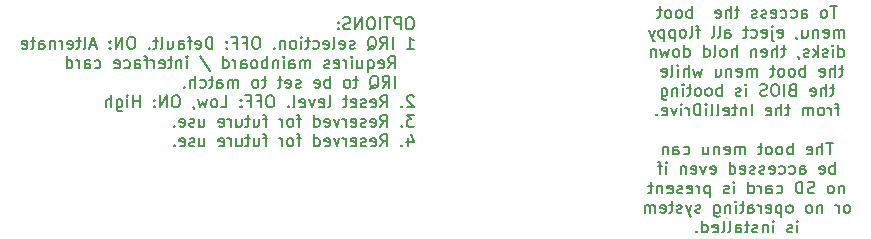
<source format=gbr>
%TF.GenerationSoftware,KiCad,Pcbnew,(5.1.9)-1*%
%TF.CreationDate,2021-10-24T18:26:44+08:00*%
%TF.ProjectId,XTA-35-TH,5854412d-3335-42d5-9448-2e6b69636164,rev?*%
%TF.SameCoordinates,Original*%
%TF.FileFunction,Legend,Bot*%
%TF.FilePolarity,Positive*%
%FSLAX46Y46*%
G04 Gerber Fmt 4.6, Leading zero omitted, Abs format (unit mm)*
G04 Created by KiCad (PCBNEW (5.1.9)-1) date 2021-10-24 18:26:44*
%MOMM*%
%LPD*%
G01*
G04 APERTURE LIST*
%ADD10C,0.150000*%
G04 APERTURE END LIST*
D10*
X232409047Y-60862380D02*
X231837619Y-60862380D01*
X232123333Y-61862380D02*
X232123333Y-60862380D01*
X231361428Y-61862380D02*
X231456666Y-61814761D01*
X231504285Y-61767142D01*
X231551904Y-61671904D01*
X231551904Y-61386190D01*
X231504285Y-61290952D01*
X231456666Y-61243333D01*
X231361428Y-61195714D01*
X231218571Y-61195714D01*
X231123333Y-61243333D01*
X231075714Y-61290952D01*
X231028095Y-61386190D01*
X231028095Y-61671904D01*
X231075714Y-61767142D01*
X231123333Y-61814761D01*
X231218571Y-61862380D01*
X231361428Y-61862380D01*
X229409047Y-61862380D02*
X229409047Y-61338571D01*
X229456666Y-61243333D01*
X229551904Y-61195714D01*
X229742380Y-61195714D01*
X229837619Y-61243333D01*
X229409047Y-61814761D02*
X229504285Y-61862380D01*
X229742380Y-61862380D01*
X229837619Y-61814761D01*
X229885238Y-61719523D01*
X229885238Y-61624285D01*
X229837619Y-61529047D01*
X229742380Y-61481428D01*
X229504285Y-61481428D01*
X229409047Y-61433809D01*
X228504285Y-61814761D02*
X228599523Y-61862380D01*
X228790000Y-61862380D01*
X228885238Y-61814761D01*
X228932857Y-61767142D01*
X228980476Y-61671904D01*
X228980476Y-61386190D01*
X228932857Y-61290952D01*
X228885238Y-61243333D01*
X228790000Y-61195714D01*
X228599523Y-61195714D01*
X228504285Y-61243333D01*
X227647142Y-61814761D02*
X227742380Y-61862380D01*
X227932857Y-61862380D01*
X228028095Y-61814761D01*
X228075714Y-61767142D01*
X228123333Y-61671904D01*
X228123333Y-61386190D01*
X228075714Y-61290952D01*
X228028095Y-61243333D01*
X227932857Y-61195714D01*
X227742380Y-61195714D01*
X227647142Y-61243333D01*
X226837619Y-61814761D02*
X226932857Y-61862380D01*
X227123333Y-61862380D01*
X227218571Y-61814761D01*
X227266190Y-61719523D01*
X227266190Y-61338571D01*
X227218571Y-61243333D01*
X227123333Y-61195714D01*
X226932857Y-61195714D01*
X226837619Y-61243333D01*
X226790000Y-61338571D01*
X226790000Y-61433809D01*
X227266190Y-61529047D01*
X226409047Y-61814761D02*
X226313809Y-61862380D01*
X226123333Y-61862380D01*
X226028095Y-61814761D01*
X225980476Y-61719523D01*
X225980476Y-61671904D01*
X226028095Y-61576666D01*
X226123333Y-61529047D01*
X226266190Y-61529047D01*
X226361428Y-61481428D01*
X226409047Y-61386190D01*
X226409047Y-61338571D01*
X226361428Y-61243333D01*
X226266190Y-61195714D01*
X226123333Y-61195714D01*
X226028095Y-61243333D01*
X225599523Y-61814761D02*
X225504285Y-61862380D01*
X225313809Y-61862380D01*
X225218571Y-61814761D01*
X225170952Y-61719523D01*
X225170952Y-61671904D01*
X225218571Y-61576666D01*
X225313809Y-61529047D01*
X225456666Y-61529047D01*
X225551904Y-61481428D01*
X225599523Y-61386190D01*
X225599523Y-61338571D01*
X225551904Y-61243333D01*
X225456666Y-61195714D01*
X225313809Y-61195714D01*
X225218571Y-61243333D01*
X224123333Y-61195714D02*
X223742380Y-61195714D01*
X223980476Y-60862380D02*
X223980476Y-61719523D01*
X223932857Y-61814761D01*
X223837619Y-61862380D01*
X223742380Y-61862380D01*
X223409047Y-61862380D02*
X223409047Y-60862380D01*
X222980476Y-61862380D02*
X222980476Y-61338571D01*
X223028095Y-61243333D01*
X223123333Y-61195714D01*
X223266190Y-61195714D01*
X223361428Y-61243333D01*
X223409047Y-61290952D01*
X222123333Y-61814761D02*
X222218571Y-61862380D01*
X222409047Y-61862380D01*
X222504285Y-61814761D01*
X222551904Y-61719523D01*
X222551904Y-61338571D01*
X222504285Y-61243333D01*
X222409047Y-61195714D01*
X222218571Y-61195714D01*
X222123333Y-61243333D01*
X222075714Y-61338571D01*
X222075714Y-61433809D01*
X222551904Y-61529047D01*
X220123333Y-61862380D02*
X220123333Y-60862380D01*
X220123333Y-61243333D02*
X220028095Y-61195714D01*
X219837619Y-61195714D01*
X219742380Y-61243333D01*
X219694761Y-61290952D01*
X219647142Y-61386190D01*
X219647142Y-61671904D01*
X219694761Y-61767142D01*
X219742380Y-61814761D01*
X219837619Y-61862380D01*
X220028095Y-61862380D01*
X220123333Y-61814761D01*
X219075714Y-61862380D02*
X219170952Y-61814761D01*
X219218571Y-61767142D01*
X219266190Y-61671904D01*
X219266190Y-61386190D01*
X219218571Y-61290952D01*
X219170952Y-61243333D01*
X219075714Y-61195714D01*
X218932857Y-61195714D01*
X218837619Y-61243333D01*
X218790000Y-61290952D01*
X218742380Y-61386190D01*
X218742380Y-61671904D01*
X218790000Y-61767142D01*
X218837619Y-61814761D01*
X218932857Y-61862380D01*
X219075714Y-61862380D01*
X218170952Y-61862380D02*
X218266190Y-61814761D01*
X218313809Y-61767142D01*
X218361428Y-61671904D01*
X218361428Y-61386190D01*
X218313809Y-61290952D01*
X218266190Y-61243333D01*
X218170952Y-61195714D01*
X218028095Y-61195714D01*
X217932857Y-61243333D01*
X217885238Y-61290952D01*
X217837619Y-61386190D01*
X217837619Y-61671904D01*
X217885238Y-61767142D01*
X217932857Y-61814761D01*
X218028095Y-61862380D01*
X218170952Y-61862380D01*
X217551904Y-61195714D02*
X217170952Y-61195714D01*
X217409047Y-60862380D02*
X217409047Y-61719523D01*
X217361428Y-61814761D01*
X217266190Y-61862380D01*
X217170952Y-61862380D01*
X233004285Y-63512380D02*
X233004285Y-62845714D01*
X233004285Y-62940952D02*
X232956666Y-62893333D01*
X232861428Y-62845714D01*
X232718571Y-62845714D01*
X232623333Y-62893333D01*
X232575714Y-62988571D01*
X232575714Y-63512380D01*
X232575714Y-62988571D02*
X232528095Y-62893333D01*
X232432857Y-62845714D01*
X232290000Y-62845714D01*
X232194761Y-62893333D01*
X232147142Y-62988571D01*
X232147142Y-63512380D01*
X231290000Y-63464761D02*
X231385238Y-63512380D01*
X231575714Y-63512380D01*
X231670952Y-63464761D01*
X231718571Y-63369523D01*
X231718571Y-62988571D01*
X231670952Y-62893333D01*
X231575714Y-62845714D01*
X231385238Y-62845714D01*
X231290000Y-62893333D01*
X231242380Y-62988571D01*
X231242380Y-63083809D01*
X231718571Y-63179047D01*
X230813809Y-62845714D02*
X230813809Y-63512380D01*
X230813809Y-62940952D02*
X230766190Y-62893333D01*
X230670952Y-62845714D01*
X230528095Y-62845714D01*
X230432857Y-62893333D01*
X230385238Y-62988571D01*
X230385238Y-63512380D01*
X229480476Y-62845714D02*
X229480476Y-63512380D01*
X229909047Y-62845714D02*
X229909047Y-63369523D01*
X229861428Y-63464761D01*
X229766190Y-63512380D01*
X229623333Y-63512380D01*
X229528095Y-63464761D01*
X229480476Y-63417142D01*
X228956666Y-63464761D02*
X228956666Y-63512380D01*
X229004285Y-63607619D01*
X229051904Y-63655238D01*
X227385238Y-63464761D02*
X227480476Y-63512380D01*
X227670952Y-63512380D01*
X227766190Y-63464761D01*
X227813809Y-63369523D01*
X227813809Y-62988571D01*
X227766190Y-62893333D01*
X227670952Y-62845714D01*
X227480476Y-62845714D01*
X227385238Y-62893333D01*
X227337619Y-62988571D01*
X227337619Y-63083809D01*
X227813809Y-63179047D01*
X226909047Y-62845714D02*
X226909047Y-63702857D01*
X226956666Y-63798095D01*
X227051904Y-63845714D01*
X227099523Y-63845714D01*
X226909047Y-62512380D02*
X226956666Y-62560000D01*
X226909047Y-62607619D01*
X226861428Y-62560000D01*
X226909047Y-62512380D01*
X226909047Y-62607619D01*
X226051904Y-63464761D02*
X226147142Y-63512380D01*
X226337619Y-63512380D01*
X226432857Y-63464761D01*
X226480476Y-63369523D01*
X226480476Y-62988571D01*
X226432857Y-62893333D01*
X226337619Y-62845714D01*
X226147142Y-62845714D01*
X226051904Y-62893333D01*
X226004285Y-62988571D01*
X226004285Y-63083809D01*
X226480476Y-63179047D01*
X225147142Y-63464761D02*
X225242380Y-63512380D01*
X225432857Y-63512380D01*
X225528095Y-63464761D01*
X225575714Y-63417142D01*
X225623333Y-63321904D01*
X225623333Y-63036190D01*
X225575714Y-62940952D01*
X225528095Y-62893333D01*
X225432857Y-62845714D01*
X225242380Y-62845714D01*
X225147142Y-62893333D01*
X224861428Y-62845714D02*
X224480476Y-62845714D01*
X224718571Y-62512380D02*
X224718571Y-63369523D01*
X224670952Y-63464761D01*
X224575714Y-63512380D01*
X224480476Y-63512380D01*
X222956666Y-63512380D02*
X222956666Y-62988571D01*
X223004285Y-62893333D01*
X223099523Y-62845714D01*
X223290000Y-62845714D01*
X223385238Y-62893333D01*
X222956666Y-63464761D02*
X223051904Y-63512380D01*
X223290000Y-63512380D01*
X223385238Y-63464761D01*
X223432857Y-63369523D01*
X223432857Y-63274285D01*
X223385238Y-63179047D01*
X223290000Y-63131428D01*
X223051904Y-63131428D01*
X222956666Y-63083809D01*
X222337619Y-63512380D02*
X222432857Y-63464761D01*
X222480476Y-63369523D01*
X222480476Y-62512380D01*
X221813809Y-63512380D02*
X221909047Y-63464761D01*
X221956666Y-63369523D01*
X221956666Y-62512380D01*
X220813809Y-62845714D02*
X220432857Y-62845714D01*
X220670952Y-63512380D02*
X220670952Y-62655238D01*
X220623333Y-62560000D01*
X220528095Y-62512380D01*
X220432857Y-62512380D01*
X219956666Y-63512380D02*
X220051904Y-63464761D01*
X220099523Y-63369523D01*
X220099523Y-62512380D01*
X219432857Y-63512380D02*
X219528095Y-63464761D01*
X219575714Y-63417142D01*
X219623333Y-63321904D01*
X219623333Y-63036190D01*
X219575714Y-62940952D01*
X219528095Y-62893333D01*
X219432857Y-62845714D01*
X219290000Y-62845714D01*
X219194761Y-62893333D01*
X219147142Y-62940952D01*
X219099523Y-63036190D01*
X219099523Y-63321904D01*
X219147142Y-63417142D01*
X219194761Y-63464761D01*
X219290000Y-63512380D01*
X219432857Y-63512380D01*
X218670952Y-62845714D02*
X218670952Y-63845714D01*
X218670952Y-62893333D02*
X218575714Y-62845714D01*
X218385238Y-62845714D01*
X218290000Y-62893333D01*
X218242380Y-62940952D01*
X218194761Y-63036190D01*
X218194761Y-63321904D01*
X218242380Y-63417142D01*
X218290000Y-63464761D01*
X218385238Y-63512380D01*
X218575714Y-63512380D01*
X218670952Y-63464761D01*
X217766190Y-62845714D02*
X217766190Y-63845714D01*
X217766190Y-62893333D02*
X217670952Y-62845714D01*
X217480476Y-62845714D01*
X217385238Y-62893333D01*
X217337619Y-62940952D01*
X217290000Y-63036190D01*
X217290000Y-63321904D01*
X217337619Y-63417142D01*
X217385238Y-63464761D01*
X217480476Y-63512380D01*
X217670952Y-63512380D01*
X217766190Y-63464761D01*
X216956666Y-62845714D02*
X216718571Y-63512380D01*
X216480476Y-62845714D02*
X216718571Y-63512380D01*
X216813809Y-63750476D01*
X216861428Y-63798095D01*
X216956666Y-63845714D01*
X232528095Y-65162380D02*
X232528095Y-64162380D01*
X232528095Y-65114761D02*
X232623333Y-65162380D01*
X232813809Y-65162380D01*
X232909047Y-65114761D01*
X232956666Y-65067142D01*
X233004285Y-64971904D01*
X233004285Y-64686190D01*
X232956666Y-64590952D01*
X232909047Y-64543333D01*
X232813809Y-64495714D01*
X232623333Y-64495714D01*
X232528095Y-64543333D01*
X232051904Y-65162380D02*
X232051904Y-64495714D01*
X232051904Y-64162380D02*
X232099523Y-64210000D01*
X232051904Y-64257619D01*
X232004285Y-64210000D01*
X232051904Y-64162380D01*
X232051904Y-64257619D01*
X231623333Y-65114761D02*
X231528095Y-65162380D01*
X231337619Y-65162380D01*
X231242380Y-65114761D01*
X231194761Y-65019523D01*
X231194761Y-64971904D01*
X231242380Y-64876666D01*
X231337619Y-64829047D01*
X231480476Y-64829047D01*
X231575714Y-64781428D01*
X231623333Y-64686190D01*
X231623333Y-64638571D01*
X231575714Y-64543333D01*
X231480476Y-64495714D01*
X231337619Y-64495714D01*
X231242380Y-64543333D01*
X230766190Y-65162380D02*
X230766190Y-64162380D01*
X230670952Y-64781428D02*
X230385238Y-65162380D01*
X230385238Y-64495714D02*
X230766190Y-64876666D01*
X230004285Y-65114761D02*
X229909047Y-65162380D01*
X229718571Y-65162380D01*
X229623333Y-65114761D01*
X229575714Y-65019523D01*
X229575714Y-64971904D01*
X229623333Y-64876666D01*
X229718571Y-64829047D01*
X229861428Y-64829047D01*
X229956666Y-64781428D01*
X230004285Y-64686190D01*
X230004285Y-64638571D01*
X229956666Y-64543333D01*
X229861428Y-64495714D01*
X229718571Y-64495714D01*
X229623333Y-64543333D01*
X229099523Y-65114761D02*
X229099523Y-65162380D01*
X229147142Y-65257619D01*
X229194761Y-65305238D01*
X228051904Y-64495714D02*
X227670952Y-64495714D01*
X227909047Y-64162380D02*
X227909047Y-65019523D01*
X227861428Y-65114761D01*
X227766190Y-65162380D01*
X227670952Y-65162380D01*
X227337619Y-65162380D02*
X227337619Y-64162380D01*
X226909047Y-65162380D02*
X226909047Y-64638571D01*
X226956666Y-64543333D01*
X227051904Y-64495714D01*
X227194761Y-64495714D01*
X227290000Y-64543333D01*
X227337619Y-64590952D01*
X226051904Y-65114761D02*
X226147142Y-65162380D01*
X226337619Y-65162380D01*
X226432857Y-65114761D01*
X226480476Y-65019523D01*
X226480476Y-64638571D01*
X226432857Y-64543333D01*
X226337619Y-64495714D01*
X226147142Y-64495714D01*
X226051904Y-64543333D01*
X226004285Y-64638571D01*
X226004285Y-64733809D01*
X226480476Y-64829047D01*
X225575714Y-64495714D02*
X225575714Y-65162380D01*
X225575714Y-64590952D02*
X225528095Y-64543333D01*
X225432857Y-64495714D01*
X225290000Y-64495714D01*
X225194761Y-64543333D01*
X225147142Y-64638571D01*
X225147142Y-65162380D01*
X223909047Y-65162380D02*
X223909047Y-64162380D01*
X223480476Y-65162380D02*
X223480476Y-64638571D01*
X223528095Y-64543333D01*
X223623333Y-64495714D01*
X223766190Y-64495714D01*
X223861428Y-64543333D01*
X223909047Y-64590952D01*
X222861428Y-65162380D02*
X222956666Y-65114761D01*
X223004285Y-65067142D01*
X223051904Y-64971904D01*
X223051904Y-64686190D01*
X223004285Y-64590952D01*
X222956666Y-64543333D01*
X222861428Y-64495714D01*
X222718571Y-64495714D01*
X222623333Y-64543333D01*
X222575714Y-64590952D01*
X222528095Y-64686190D01*
X222528095Y-64971904D01*
X222575714Y-65067142D01*
X222623333Y-65114761D01*
X222718571Y-65162380D01*
X222861428Y-65162380D01*
X221956666Y-65162380D02*
X222051904Y-65114761D01*
X222099523Y-65019523D01*
X222099523Y-64162380D01*
X221147142Y-65162380D02*
X221147142Y-64162380D01*
X221147142Y-65114761D02*
X221242380Y-65162380D01*
X221432857Y-65162380D01*
X221528095Y-65114761D01*
X221575714Y-65067142D01*
X221623333Y-64971904D01*
X221623333Y-64686190D01*
X221575714Y-64590952D01*
X221528095Y-64543333D01*
X221432857Y-64495714D01*
X221242380Y-64495714D01*
X221147142Y-64543333D01*
X219480476Y-65162380D02*
X219480476Y-64162380D01*
X219480476Y-65114761D02*
X219575714Y-65162380D01*
X219766190Y-65162380D01*
X219861428Y-65114761D01*
X219909047Y-65067142D01*
X219956666Y-64971904D01*
X219956666Y-64686190D01*
X219909047Y-64590952D01*
X219861428Y-64543333D01*
X219766190Y-64495714D01*
X219575714Y-64495714D01*
X219480476Y-64543333D01*
X218861428Y-65162380D02*
X218956666Y-65114761D01*
X219004285Y-65067142D01*
X219051904Y-64971904D01*
X219051904Y-64686190D01*
X219004285Y-64590952D01*
X218956666Y-64543333D01*
X218861428Y-64495714D01*
X218718571Y-64495714D01*
X218623333Y-64543333D01*
X218575714Y-64590952D01*
X218528095Y-64686190D01*
X218528095Y-64971904D01*
X218575714Y-65067142D01*
X218623333Y-65114761D01*
X218718571Y-65162380D01*
X218861428Y-65162380D01*
X218194761Y-64495714D02*
X218004285Y-65162380D01*
X217813809Y-64686190D01*
X217623333Y-65162380D01*
X217432857Y-64495714D01*
X217051904Y-64495714D02*
X217051904Y-65162380D01*
X217051904Y-64590952D02*
X217004285Y-64543333D01*
X216909047Y-64495714D01*
X216766190Y-64495714D01*
X216670952Y-64543333D01*
X216623333Y-64638571D01*
X216623333Y-65162380D01*
X232932857Y-66145714D02*
X232551904Y-66145714D01*
X232790000Y-65812380D02*
X232790000Y-66669523D01*
X232742380Y-66764761D01*
X232647142Y-66812380D01*
X232551904Y-66812380D01*
X232218571Y-66812380D02*
X232218571Y-65812380D01*
X231790000Y-66812380D02*
X231790000Y-66288571D01*
X231837619Y-66193333D01*
X231932857Y-66145714D01*
X232075714Y-66145714D01*
X232170952Y-66193333D01*
X232218571Y-66240952D01*
X230932857Y-66764761D02*
X231028095Y-66812380D01*
X231218571Y-66812380D01*
X231313809Y-66764761D01*
X231361428Y-66669523D01*
X231361428Y-66288571D01*
X231313809Y-66193333D01*
X231218571Y-66145714D01*
X231028095Y-66145714D01*
X230932857Y-66193333D01*
X230885238Y-66288571D01*
X230885238Y-66383809D01*
X231361428Y-66479047D01*
X229694761Y-66812380D02*
X229694761Y-65812380D01*
X229694761Y-66193333D02*
X229599523Y-66145714D01*
X229409047Y-66145714D01*
X229313809Y-66193333D01*
X229266190Y-66240952D01*
X229218571Y-66336190D01*
X229218571Y-66621904D01*
X229266190Y-66717142D01*
X229313809Y-66764761D01*
X229409047Y-66812380D01*
X229599523Y-66812380D01*
X229694761Y-66764761D01*
X228647142Y-66812380D02*
X228742380Y-66764761D01*
X228790000Y-66717142D01*
X228837619Y-66621904D01*
X228837619Y-66336190D01*
X228790000Y-66240952D01*
X228742380Y-66193333D01*
X228647142Y-66145714D01*
X228504285Y-66145714D01*
X228409047Y-66193333D01*
X228361428Y-66240952D01*
X228313809Y-66336190D01*
X228313809Y-66621904D01*
X228361428Y-66717142D01*
X228409047Y-66764761D01*
X228504285Y-66812380D01*
X228647142Y-66812380D01*
X227742380Y-66812380D02*
X227837619Y-66764761D01*
X227885238Y-66717142D01*
X227932857Y-66621904D01*
X227932857Y-66336190D01*
X227885238Y-66240952D01*
X227837619Y-66193333D01*
X227742380Y-66145714D01*
X227599523Y-66145714D01*
X227504285Y-66193333D01*
X227456666Y-66240952D01*
X227409047Y-66336190D01*
X227409047Y-66621904D01*
X227456666Y-66717142D01*
X227504285Y-66764761D01*
X227599523Y-66812380D01*
X227742380Y-66812380D01*
X227123333Y-66145714D02*
X226742380Y-66145714D01*
X226980476Y-65812380D02*
X226980476Y-66669523D01*
X226932857Y-66764761D01*
X226837619Y-66812380D01*
X226742380Y-66812380D01*
X225647142Y-66812380D02*
X225647142Y-66145714D01*
X225647142Y-66240952D02*
X225599523Y-66193333D01*
X225504285Y-66145714D01*
X225361428Y-66145714D01*
X225266190Y-66193333D01*
X225218571Y-66288571D01*
X225218571Y-66812380D01*
X225218571Y-66288571D02*
X225170952Y-66193333D01*
X225075714Y-66145714D01*
X224932857Y-66145714D01*
X224837619Y-66193333D01*
X224790000Y-66288571D01*
X224790000Y-66812380D01*
X223932857Y-66764761D02*
X224028095Y-66812380D01*
X224218571Y-66812380D01*
X224313809Y-66764761D01*
X224361428Y-66669523D01*
X224361428Y-66288571D01*
X224313809Y-66193333D01*
X224218571Y-66145714D01*
X224028095Y-66145714D01*
X223932857Y-66193333D01*
X223885238Y-66288571D01*
X223885238Y-66383809D01*
X224361428Y-66479047D01*
X223456666Y-66145714D02*
X223456666Y-66812380D01*
X223456666Y-66240952D02*
X223409047Y-66193333D01*
X223313809Y-66145714D01*
X223170952Y-66145714D01*
X223075714Y-66193333D01*
X223028095Y-66288571D01*
X223028095Y-66812380D01*
X222123333Y-66145714D02*
X222123333Y-66812380D01*
X222551904Y-66145714D02*
X222551904Y-66669523D01*
X222504285Y-66764761D01*
X222409047Y-66812380D01*
X222266190Y-66812380D01*
X222170952Y-66764761D01*
X222123333Y-66717142D01*
X220980476Y-66145714D02*
X220790000Y-66812380D01*
X220599523Y-66336190D01*
X220409047Y-66812380D01*
X220218571Y-66145714D01*
X219837619Y-66812380D02*
X219837619Y-65812380D01*
X219409047Y-66812380D02*
X219409047Y-66288571D01*
X219456666Y-66193333D01*
X219551904Y-66145714D01*
X219694761Y-66145714D01*
X219790000Y-66193333D01*
X219837619Y-66240952D01*
X218932857Y-66812380D02*
X218932857Y-66145714D01*
X218932857Y-65812380D02*
X218980476Y-65860000D01*
X218932857Y-65907619D01*
X218885238Y-65860000D01*
X218932857Y-65812380D01*
X218932857Y-65907619D01*
X218313809Y-66812380D02*
X218409047Y-66764761D01*
X218456666Y-66669523D01*
X218456666Y-65812380D01*
X217551904Y-66764761D02*
X217647142Y-66812380D01*
X217837619Y-66812380D01*
X217932857Y-66764761D01*
X217980476Y-66669523D01*
X217980476Y-66288571D01*
X217932857Y-66193333D01*
X217837619Y-66145714D01*
X217647142Y-66145714D01*
X217551904Y-66193333D01*
X217504285Y-66288571D01*
X217504285Y-66383809D01*
X217980476Y-66479047D01*
X232170952Y-67795714D02*
X231790000Y-67795714D01*
X232028095Y-67462380D02*
X232028095Y-68319523D01*
X231980476Y-68414761D01*
X231885238Y-68462380D01*
X231790000Y-68462380D01*
X231456666Y-68462380D02*
X231456666Y-67462380D01*
X231028095Y-68462380D02*
X231028095Y-67938571D01*
X231075714Y-67843333D01*
X231170952Y-67795714D01*
X231313809Y-67795714D01*
X231409047Y-67843333D01*
X231456666Y-67890952D01*
X230170952Y-68414761D02*
X230266190Y-68462380D01*
X230456666Y-68462380D01*
X230551904Y-68414761D01*
X230599523Y-68319523D01*
X230599523Y-67938571D01*
X230551904Y-67843333D01*
X230456666Y-67795714D01*
X230266190Y-67795714D01*
X230170952Y-67843333D01*
X230123333Y-67938571D01*
X230123333Y-68033809D01*
X230599523Y-68129047D01*
X228599523Y-67938571D02*
X228456666Y-67986190D01*
X228409047Y-68033809D01*
X228361428Y-68129047D01*
X228361428Y-68271904D01*
X228409047Y-68367142D01*
X228456666Y-68414761D01*
X228551904Y-68462380D01*
X228932857Y-68462380D01*
X228932857Y-67462380D01*
X228599523Y-67462380D01*
X228504285Y-67510000D01*
X228456666Y-67557619D01*
X228409047Y-67652857D01*
X228409047Y-67748095D01*
X228456666Y-67843333D01*
X228504285Y-67890952D01*
X228599523Y-67938571D01*
X228932857Y-67938571D01*
X227932857Y-68462380D02*
X227932857Y-67462380D01*
X227266190Y-67462380D02*
X227075714Y-67462380D01*
X226980476Y-67510000D01*
X226885238Y-67605238D01*
X226837619Y-67795714D01*
X226837619Y-68129047D01*
X226885238Y-68319523D01*
X226980476Y-68414761D01*
X227075714Y-68462380D01*
X227266190Y-68462380D01*
X227361428Y-68414761D01*
X227456666Y-68319523D01*
X227504285Y-68129047D01*
X227504285Y-67795714D01*
X227456666Y-67605238D01*
X227361428Y-67510000D01*
X227266190Y-67462380D01*
X226456666Y-68414761D02*
X226313809Y-68462380D01*
X226075714Y-68462380D01*
X225980476Y-68414761D01*
X225932857Y-68367142D01*
X225885238Y-68271904D01*
X225885238Y-68176666D01*
X225932857Y-68081428D01*
X225980476Y-68033809D01*
X226075714Y-67986190D01*
X226266190Y-67938571D01*
X226361428Y-67890952D01*
X226409047Y-67843333D01*
X226456666Y-67748095D01*
X226456666Y-67652857D01*
X226409047Y-67557619D01*
X226361428Y-67510000D01*
X226266190Y-67462380D01*
X226028095Y-67462380D01*
X225885238Y-67510000D01*
X224694761Y-68462380D02*
X224694761Y-67795714D01*
X224694761Y-67462380D02*
X224742380Y-67510000D01*
X224694761Y-67557619D01*
X224647142Y-67510000D01*
X224694761Y-67462380D01*
X224694761Y-67557619D01*
X224266190Y-68414761D02*
X224170952Y-68462380D01*
X223980476Y-68462380D01*
X223885238Y-68414761D01*
X223837619Y-68319523D01*
X223837619Y-68271904D01*
X223885238Y-68176666D01*
X223980476Y-68129047D01*
X224123333Y-68129047D01*
X224218571Y-68081428D01*
X224266190Y-67986190D01*
X224266190Y-67938571D01*
X224218571Y-67843333D01*
X224123333Y-67795714D01*
X223980476Y-67795714D01*
X223885238Y-67843333D01*
X222647142Y-68462380D02*
X222647142Y-67462380D01*
X222647142Y-67843333D02*
X222551904Y-67795714D01*
X222361428Y-67795714D01*
X222266190Y-67843333D01*
X222218571Y-67890952D01*
X222170952Y-67986190D01*
X222170952Y-68271904D01*
X222218571Y-68367142D01*
X222266190Y-68414761D01*
X222361428Y-68462380D01*
X222551904Y-68462380D01*
X222647142Y-68414761D01*
X221599523Y-68462380D02*
X221694761Y-68414761D01*
X221742380Y-68367142D01*
X221790000Y-68271904D01*
X221790000Y-67986190D01*
X221742380Y-67890952D01*
X221694761Y-67843333D01*
X221599523Y-67795714D01*
X221456666Y-67795714D01*
X221361428Y-67843333D01*
X221313809Y-67890952D01*
X221266190Y-67986190D01*
X221266190Y-68271904D01*
X221313809Y-68367142D01*
X221361428Y-68414761D01*
X221456666Y-68462380D01*
X221599523Y-68462380D01*
X220694761Y-68462380D02*
X220790000Y-68414761D01*
X220837619Y-68367142D01*
X220885238Y-68271904D01*
X220885238Y-67986190D01*
X220837619Y-67890952D01*
X220790000Y-67843333D01*
X220694761Y-67795714D01*
X220551904Y-67795714D01*
X220456666Y-67843333D01*
X220409047Y-67890952D01*
X220361428Y-67986190D01*
X220361428Y-68271904D01*
X220409047Y-68367142D01*
X220456666Y-68414761D01*
X220551904Y-68462380D01*
X220694761Y-68462380D01*
X220075714Y-67795714D02*
X219694761Y-67795714D01*
X219932857Y-67462380D02*
X219932857Y-68319523D01*
X219885238Y-68414761D01*
X219790000Y-68462380D01*
X219694761Y-68462380D01*
X219361428Y-68462380D02*
X219361428Y-67795714D01*
X219361428Y-67462380D02*
X219409047Y-67510000D01*
X219361428Y-67557619D01*
X219313809Y-67510000D01*
X219361428Y-67462380D01*
X219361428Y-67557619D01*
X218885238Y-67795714D02*
X218885238Y-68462380D01*
X218885238Y-67890952D02*
X218837619Y-67843333D01*
X218742380Y-67795714D01*
X218599523Y-67795714D01*
X218504285Y-67843333D01*
X218456666Y-67938571D01*
X218456666Y-68462380D01*
X217551904Y-67795714D02*
X217551904Y-68605238D01*
X217599523Y-68700476D01*
X217647142Y-68748095D01*
X217742380Y-68795714D01*
X217885238Y-68795714D01*
X217980476Y-68748095D01*
X217551904Y-68414761D02*
X217647142Y-68462380D01*
X217837619Y-68462380D01*
X217932857Y-68414761D01*
X217980476Y-68367142D01*
X218028095Y-68271904D01*
X218028095Y-67986190D01*
X217980476Y-67890952D01*
X217932857Y-67843333D01*
X217837619Y-67795714D01*
X217647142Y-67795714D01*
X217551904Y-67843333D01*
X232599523Y-69445714D02*
X232218571Y-69445714D01*
X232456666Y-70112380D02*
X232456666Y-69255238D01*
X232409047Y-69160000D01*
X232313809Y-69112380D01*
X232218571Y-69112380D01*
X231885238Y-70112380D02*
X231885238Y-69445714D01*
X231885238Y-69636190D02*
X231837619Y-69540952D01*
X231790000Y-69493333D01*
X231694761Y-69445714D01*
X231599523Y-69445714D01*
X231123333Y-70112380D02*
X231218571Y-70064761D01*
X231266190Y-70017142D01*
X231313809Y-69921904D01*
X231313809Y-69636190D01*
X231266190Y-69540952D01*
X231218571Y-69493333D01*
X231123333Y-69445714D01*
X230980476Y-69445714D01*
X230885238Y-69493333D01*
X230837619Y-69540952D01*
X230790000Y-69636190D01*
X230790000Y-69921904D01*
X230837619Y-70017142D01*
X230885238Y-70064761D01*
X230980476Y-70112380D01*
X231123333Y-70112380D01*
X230361428Y-70112380D02*
X230361428Y-69445714D01*
X230361428Y-69540952D02*
X230313809Y-69493333D01*
X230218571Y-69445714D01*
X230075714Y-69445714D01*
X229980476Y-69493333D01*
X229932857Y-69588571D01*
X229932857Y-70112380D01*
X229932857Y-69588571D02*
X229885238Y-69493333D01*
X229790000Y-69445714D01*
X229647142Y-69445714D01*
X229551904Y-69493333D01*
X229504285Y-69588571D01*
X229504285Y-70112380D01*
X228409047Y-69445714D02*
X228028095Y-69445714D01*
X228266190Y-69112380D02*
X228266190Y-69969523D01*
X228218571Y-70064761D01*
X228123333Y-70112380D01*
X228028095Y-70112380D01*
X227694761Y-70112380D02*
X227694761Y-69112380D01*
X227266190Y-70112380D02*
X227266190Y-69588571D01*
X227313809Y-69493333D01*
X227409047Y-69445714D01*
X227551904Y-69445714D01*
X227647142Y-69493333D01*
X227694761Y-69540952D01*
X226409047Y-70064761D02*
X226504285Y-70112380D01*
X226694761Y-70112380D01*
X226790000Y-70064761D01*
X226837619Y-69969523D01*
X226837619Y-69588571D01*
X226790000Y-69493333D01*
X226694761Y-69445714D01*
X226504285Y-69445714D01*
X226409047Y-69493333D01*
X226361428Y-69588571D01*
X226361428Y-69683809D01*
X226837619Y-69779047D01*
X225170952Y-70112380D02*
X225170952Y-69112380D01*
X224694761Y-69445714D02*
X224694761Y-70112380D01*
X224694761Y-69540952D02*
X224647142Y-69493333D01*
X224551904Y-69445714D01*
X224409047Y-69445714D01*
X224313809Y-69493333D01*
X224266190Y-69588571D01*
X224266190Y-70112380D01*
X223932857Y-69445714D02*
X223551904Y-69445714D01*
X223790000Y-69112380D02*
X223790000Y-69969523D01*
X223742380Y-70064761D01*
X223647142Y-70112380D01*
X223551904Y-70112380D01*
X222837619Y-70064761D02*
X222932857Y-70112380D01*
X223123333Y-70112380D01*
X223218571Y-70064761D01*
X223266190Y-69969523D01*
X223266190Y-69588571D01*
X223218571Y-69493333D01*
X223123333Y-69445714D01*
X222932857Y-69445714D01*
X222837619Y-69493333D01*
X222790000Y-69588571D01*
X222790000Y-69683809D01*
X223266190Y-69779047D01*
X222218571Y-70112380D02*
X222313809Y-70064761D01*
X222361428Y-69969523D01*
X222361428Y-69112380D01*
X221694761Y-70112380D02*
X221790000Y-70064761D01*
X221837619Y-69969523D01*
X221837619Y-69112380D01*
X221313809Y-70112380D02*
X221313809Y-69445714D01*
X221313809Y-69112380D02*
X221361428Y-69160000D01*
X221313809Y-69207619D01*
X221266190Y-69160000D01*
X221313809Y-69112380D01*
X221313809Y-69207619D01*
X220837619Y-70112380D02*
X220837619Y-69112380D01*
X220599523Y-69112380D01*
X220456666Y-69160000D01*
X220361428Y-69255238D01*
X220313809Y-69350476D01*
X220266190Y-69540952D01*
X220266190Y-69683809D01*
X220313809Y-69874285D01*
X220361428Y-69969523D01*
X220456666Y-70064761D01*
X220599523Y-70112380D01*
X220837619Y-70112380D01*
X219837619Y-70112380D02*
X219837619Y-69445714D01*
X219837619Y-69636190D02*
X219790000Y-69540952D01*
X219742380Y-69493333D01*
X219647142Y-69445714D01*
X219551904Y-69445714D01*
X219218571Y-70112380D02*
X219218571Y-69445714D01*
X219218571Y-69112380D02*
X219266190Y-69160000D01*
X219218571Y-69207619D01*
X219170952Y-69160000D01*
X219218571Y-69112380D01*
X219218571Y-69207619D01*
X218837619Y-69445714D02*
X218599523Y-70112380D01*
X218361428Y-69445714D01*
X217599523Y-70064761D02*
X217694761Y-70112380D01*
X217885238Y-70112380D01*
X217980476Y-70064761D01*
X218028095Y-69969523D01*
X218028095Y-69588571D01*
X217980476Y-69493333D01*
X217885238Y-69445714D01*
X217694761Y-69445714D01*
X217599523Y-69493333D01*
X217551904Y-69588571D01*
X217551904Y-69683809D01*
X218028095Y-69779047D01*
X217123333Y-70017142D02*
X217075714Y-70064761D01*
X217123333Y-70112380D01*
X217170952Y-70064761D01*
X217123333Y-70017142D01*
X217123333Y-70112380D01*
X232075714Y-72412380D02*
X231504285Y-72412380D01*
X231790000Y-73412380D02*
X231790000Y-72412380D01*
X231170952Y-73412380D02*
X231170952Y-72412380D01*
X230742380Y-73412380D02*
X230742380Y-72888571D01*
X230790000Y-72793333D01*
X230885238Y-72745714D01*
X231028095Y-72745714D01*
X231123333Y-72793333D01*
X231170952Y-72840952D01*
X229885238Y-73364761D02*
X229980476Y-73412380D01*
X230170952Y-73412380D01*
X230266190Y-73364761D01*
X230313809Y-73269523D01*
X230313809Y-72888571D01*
X230266190Y-72793333D01*
X230170952Y-72745714D01*
X229980476Y-72745714D01*
X229885238Y-72793333D01*
X229837619Y-72888571D01*
X229837619Y-72983809D01*
X230313809Y-73079047D01*
X228647142Y-73412380D02*
X228647142Y-72412380D01*
X228647142Y-72793333D02*
X228551904Y-72745714D01*
X228361428Y-72745714D01*
X228266190Y-72793333D01*
X228218571Y-72840952D01*
X228170952Y-72936190D01*
X228170952Y-73221904D01*
X228218571Y-73317142D01*
X228266190Y-73364761D01*
X228361428Y-73412380D01*
X228551904Y-73412380D01*
X228647142Y-73364761D01*
X227599523Y-73412380D02*
X227694761Y-73364761D01*
X227742380Y-73317142D01*
X227790000Y-73221904D01*
X227790000Y-72936190D01*
X227742380Y-72840952D01*
X227694761Y-72793333D01*
X227599523Y-72745714D01*
X227456666Y-72745714D01*
X227361428Y-72793333D01*
X227313809Y-72840952D01*
X227266190Y-72936190D01*
X227266190Y-73221904D01*
X227313809Y-73317142D01*
X227361428Y-73364761D01*
X227456666Y-73412380D01*
X227599523Y-73412380D01*
X226694761Y-73412380D02*
X226790000Y-73364761D01*
X226837619Y-73317142D01*
X226885238Y-73221904D01*
X226885238Y-72936190D01*
X226837619Y-72840952D01*
X226790000Y-72793333D01*
X226694761Y-72745714D01*
X226551904Y-72745714D01*
X226456666Y-72793333D01*
X226409047Y-72840952D01*
X226361428Y-72936190D01*
X226361428Y-73221904D01*
X226409047Y-73317142D01*
X226456666Y-73364761D01*
X226551904Y-73412380D01*
X226694761Y-73412380D01*
X226075714Y-72745714D02*
X225694761Y-72745714D01*
X225932857Y-72412380D02*
X225932857Y-73269523D01*
X225885238Y-73364761D01*
X225790000Y-73412380D01*
X225694761Y-73412380D01*
X224599523Y-73412380D02*
X224599523Y-72745714D01*
X224599523Y-72840952D02*
X224551904Y-72793333D01*
X224456666Y-72745714D01*
X224313809Y-72745714D01*
X224218571Y-72793333D01*
X224170952Y-72888571D01*
X224170952Y-73412380D01*
X224170952Y-72888571D02*
X224123333Y-72793333D01*
X224028095Y-72745714D01*
X223885238Y-72745714D01*
X223790000Y-72793333D01*
X223742380Y-72888571D01*
X223742380Y-73412380D01*
X222885238Y-73364761D02*
X222980476Y-73412380D01*
X223170952Y-73412380D01*
X223266190Y-73364761D01*
X223313809Y-73269523D01*
X223313809Y-72888571D01*
X223266190Y-72793333D01*
X223170952Y-72745714D01*
X222980476Y-72745714D01*
X222885238Y-72793333D01*
X222837619Y-72888571D01*
X222837619Y-72983809D01*
X223313809Y-73079047D01*
X222409047Y-72745714D02*
X222409047Y-73412380D01*
X222409047Y-72840952D02*
X222361428Y-72793333D01*
X222266190Y-72745714D01*
X222123333Y-72745714D01*
X222028095Y-72793333D01*
X221980476Y-72888571D01*
X221980476Y-73412380D01*
X221075714Y-72745714D02*
X221075714Y-73412380D01*
X221504285Y-72745714D02*
X221504285Y-73269523D01*
X221456666Y-73364761D01*
X221361428Y-73412380D01*
X221218571Y-73412380D01*
X221123333Y-73364761D01*
X221075714Y-73317142D01*
X219409047Y-73364761D02*
X219504285Y-73412380D01*
X219694761Y-73412380D01*
X219790000Y-73364761D01*
X219837619Y-73317142D01*
X219885238Y-73221904D01*
X219885238Y-72936190D01*
X219837619Y-72840952D01*
X219790000Y-72793333D01*
X219694761Y-72745714D01*
X219504285Y-72745714D01*
X219409047Y-72793333D01*
X218551904Y-73412380D02*
X218551904Y-72888571D01*
X218599523Y-72793333D01*
X218694761Y-72745714D01*
X218885238Y-72745714D01*
X218980476Y-72793333D01*
X218551904Y-73364761D02*
X218647142Y-73412380D01*
X218885238Y-73412380D01*
X218980476Y-73364761D01*
X219028095Y-73269523D01*
X219028095Y-73174285D01*
X218980476Y-73079047D01*
X218885238Y-73031428D01*
X218647142Y-73031428D01*
X218551904Y-72983809D01*
X218075714Y-72745714D02*
X218075714Y-73412380D01*
X218075714Y-72840952D02*
X218028095Y-72793333D01*
X217932857Y-72745714D01*
X217790000Y-72745714D01*
X217694761Y-72793333D01*
X217647142Y-72888571D01*
X217647142Y-73412380D01*
X232218571Y-75062380D02*
X232218571Y-74062380D01*
X232218571Y-74443333D02*
X232123333Y-74395714D01*
X231932857Y-74395714D01*
X231837619Y-74443333D01*
X231790000Y-74490952D01*
X231742380Y-74586190D01*
X231742380Y-74871904D01*
X231790000Y-74967142D01*
X231837619Y-75014761D01*
X231932857Y-75062380D01*
X232123333Y-75062380D01*
X232218571Y-75014761D01*
X230932857Y-75014761D02*
X231028095Y-75062380D01*
X231218571Y-75062380D01*
X231313809Y-75014761D01*
X231361428Y-74919523D01*
X231361428Y-74538571D01*
X231313809Y-74443333D01*
X231218571Y-74395714D01*
X231028095Y-74395714D01*
X230932857Y-74443333D01*
X230885238Y-74538571D01*
X230885238Y-74633809D01*
X231361428Y-74729047D01*
X229266190Y-75062380D02*
X229266190Y-74538571D01*
X229313809Y-74443333D01*
X229409047Y-74395714D01*
X229599523Y-74395714D01*
X229694761Y-74443333D01*
X229266190Y-75014761D02*
X229361428Y-75062380D01*
X229599523Y-75062380D01*
X229694761Y-75014761D01*
X229742380Y-74919523D01*
X229742380Y-74824285D01*
X229694761Y-74729047D01*
X229599523Y-74681428D01*
X229361428Y-74681428D01*
X229266190Y-74633809D01*
X228361428Y-75014761D02*
X228456666Y-75062380D01*
X228647142Y-75062380D01*
X228742380Y-75014761D01*
X228790000Y-74967142D01*
X228837619Y-74871904D01*
X228837619Y-74586190D01*
X228790000Y-74490952D01*
X228742380Y-74443333D01*
X228647142Y-74395714D01*
X228456666Y-74395714D01*
X228361428Y-74443333D01*
X227504285Y-75014761D02*
X227599523Y-75062380D01*
X227790000Y-75062380D01*
X227885238Y-75014761D01*
X227932857Y-74967142D01*
X227980476Y-74871904D01*
X227980476Y-74586190D01*
X227932857Y-74490952D01*
X227885238Y-74443333D01*
X227790000Y-74395714D01*
X227599523Y-74395714D01*
X227504285Y-74443333D01*
X226694761Y-75014761D02*
X226790000Y-75062380D01*
X226980476Y-75062380D01*
X227075714Y-75014761D01*
X227123333Y-74919523D01*
X227123333Y-74538571D01*
X227075714Y-74443333D01*
X226980476Y-74395714D01*
X226790000Y-74395714D01*
X226694761Y-74443333D01*
X226647142Y-74538571D01*
X226647142Y-74633809D01*
X227123333Y-74729047D01*
X226266190Y-75014761D02*
X226170952Y-75062380D01*
X225980476Y-75062380D01*
X225885238Y-75014761D01*
X225837619Y-74919523D01*
X225837619Y-74871904D01*
X225885238Y-74776666D01*
X225980476Y-74729047D01*
X226123333Y-74729047D01*
X226218571Y-74681428D01*
X226266190Y-74586190D01*
X226266190Y-74538571D01*
X226218571Y-74443333D01*
X226123333Y-74395714D01*
X225980476Y-74395714D01*
X225885238Y-74443333D01*
X225456666Y-75014761D02*
X225361428Y-75062380D01*
X225170952Y-75062380D01*
X225075714Y-75014761D01*
X225028095Y-74919523D01*
X225028095Y-74871904D01*
X225075714Y-74776666D01*
X225170952Y-74729047D01*
X225313809Y-74729047D01*
X225409047Y-74681428D01*
X225456666Y-74586190D01*
X225456666Y-74538571D01*
X225409047Y-74443333D01*
X225313809Y-74395714D01*
X225170952Y-74395714D01*
X225075714Y-74443333D01*
X224218571Y-75014761D02*
X224313809Y-75062380D01*
X224504285Y-75062380D01*
X224599523Y-75014761D01*
X224647142Y-74919523D01*
X224647142Y-74538571D01*
X224599523Y-74443333D01*
X224504285Y-74395714D01*
X224313809Y-74395714D01*
X224218571Y-74443333D01*
X224170952Y-74538571D01*
X224170952Y-74633809D01*
X224647142Y-74729047D01*
X223313809Y-75062380D02*
X223313809Y-74062380D01*
X223313809Y-75014761D02*
X223409047Y-75062380D01*
X223599523Y-75062380D01*
X223694761Y-75014761D01*
X223742380Y-74967142D01*
X223790000Y-74871904D01*
X223790000Y-74586190D01*
X223742380Y-74490952D01*
X223694761Y-74443333D01*
X223599523Y-74395714D01*
X223409047Y-74395714D01*
X223313809Y-74443333D01*
X221694761Y-75014761D02*
X221790000Y-75062380D01*
X221980476Y-75062380D01*
X222075714Y-75014761D01*
X222123333Y-74919523D01*
X222123333Y-74538571D01*
X222075714Y-74443333D01*
X221980476Y-74395714D01*
X221790000Y-74395714D01*
X221694761Y-74443333D01*
X221647142Y-74538571D01*
X221647142Y-74633809D01*
X222123333Y-74729047D01*
X221313809Y-74395714D02*
X221075714Y-75062380D01*
X220837619Y-74395714D01*
X220075714Y-75014761D02*
X220170952Y-75062380D01*
X220361428Y-75062380D01*
X220456666Y-75014761D01*
X220504285Y-74919523D01*
X220504285Y-74538571D01*
X220456666Y-74443333D01*
X220361428Y-74395714D01*
X220170952Y-74395714D01*
X220075714Y-74443333D01*
X220028095Y-74538571D01*
X220028095Y-74633809D01*
X220504285Y-74729047D01*
X219599523Y-74395714D02*
X219599523Y-75062380D01*
X219599523Y-74490952D02*
X219551904Y-74443333D01*
X219456666Y-74395714D01*
X219313809Y-74395714D01*
X219218571Y-74443333D01*
X219170952Y-74538571D01*
X219170952Y-75062380D01*
X217932857Y-75062380D02*
X217932857Y-74395714D01*
X217932857Y-74062380D02*
X217980476Y-74110000D01*
X217932857Y-74157619D01*
X217885238Y-74110000D01*
X217932857Y-74062380D01*
X217932857Y-74157619D01*
X217599523Y-74395714D02*
X217218571Y-74395714D01*
X217456666Y-75062380D02*
X217456666Y-74205238D01*
X217409047Y-74110000D01*
X217313809Y-74062380D01*
X217218571Y-74062380D01*
X233004285Y-76045714D02*
X233004285Y-76712380D01*
X233004285Y-76140952D02*
X232956666Y-76093333D01*
X232861428Y-76045714D01*
X232718571Y-76045714D01*
X232623333Y-76093333D01*
X232575714Y-76188571D01*
X232575714Y-76712380D01*
X231956666Y-76712380D02*
X232051904Y-76664761D01*
X232099523Y-76617142D01*
X232147142Y-76521904D01*
X232147142Y-76236190D01*
X232099523Y-76140952D01*
X232051904Y-76093333D01*
X231956666Y-76045714D01*
X231813809Y-76045714D01*
X231718571Y-76093333D01*
X231670952Y-76140952D01*
X231623333Y-76236190D01*
X231623333Y-76521904D01*
X231670952Y-76617142D01*
X231718571Y-76664761D01*
X231813809Y-76712380D01*
X231956666Y-76712380D01*
X230480476Y-76664761D02*
X230337619Y-76712380D01*
X230099523Y-76712380D01*
X230004285Y-76664761D01*
X229956666Y-76617142D01*
X229909047Y-76521904D01*
X229909047Y-76426666D01*
X229956666Y-76331428D01*
X230004285Y-76283809D01*
X230099523Y-76236190D01*
X230290000Y-76188571D01*
X230385238Y-76140952D01*
X230432857Y-76093333D01*
X230480476Y-75998095D01*
X230480476Y-75902857D01*
X230432857Y-75807619D01*
X230385238Y-75760000D01*
X230290000Y-75712380D01*
X230051904Y-75712380D01*
X229909047Y-75760000D01*
X229480476Y-76712380D02*
X229480476Y-75712380D01*
X229242380Y-75712380D01*
X229099523Y-75760000D01*
X229004285Y-75855238D01*
X228956666Y-75950476D01*
X228909047Y-76140952D01*
X228909047Y-76283809D01*
X228956666Y-76474285D01*
X229004285Y-76569523D01*
X229099523Y-76664761D01*
X229242380Y-76712380D01*
X229480476Y-76712380D01*
X227290000Y-76664761D02*
X227385238Y-76712380D01*
X227575714Y-76712380D01*
X227670952Y-76664761D01*
X227718571Y-76617142D01*
X227766190Y-76521904D01*
X227766190Y-76236190D01*
X227718571Y-76140952D01*
X227670952Y-76093333D01*
X227575714Y-76045714D01*
X227385238Y-76045714D01*
X227290000Y-76093333D01*
X226432857Y-76712380D02*
X226432857Y-76188571D01*
X226480476Y-76093333D01*
X226575714Y-76045714D01*
X226766190Y-76045714D01*
X226861428Y-76093333D01*
X226432857Y-76664761D02*
X226528095Y-76712380D01*
X226766190Y-76712380D01*
X226861428Y-76664761D01*
X226909047Y-76569523D01*
X226909047Y-76474285D01*
X226861428Y-76379047D01*
X226766190Y-76331428D01*
X226528095Y-76331428D01*
X226432857Y-76283809D01*
X225956666Y-76712380D02*
X225956666Y-76045714D01*
X225956666Y-76236190D02*
X225909047Y-76140952D01*
X225861428Y-76093333D01*
X225766190Y-76045714D01*
X225670952Y-76045714D01*
X224909047Y-76712380D02*
X224909047Y-75712380D01*
X224909047Y-76664761D02*
X225004285Y-76712380D01*
X225194761Y-76712380D01*
X225290000Y-76664761D01*
X225337619Y-76617142D01*
X225385238Y-76521904D01*
X225385238Y-76236190D01*
X225337619Y-76140952D01*
X225290000Y-76093333D01*
X225194761Y-76045714D01*
X225004285Y-76045714D01*
X224909047Y-76093333D01*
X223670952Y-76712380D02*
X223670952Y-76045714D01*
X223670952Y-75712380D02*
X223718571Y-75760000D01*
X223670952Y-75807619D01*
X223623333Y-75760000D01*
X223670952Y-75712380D01*
X223670952Y-75807619D01*
X223242380Y-76664761D02*
X223147142Y-76712380D01*
X222956666Y-76712380D01*
X222861428Y-76664761D01*
X222813809Y-76569523D01*
X222813809Y-76521904D01*
X222861428Y-76426666D01*
X222956666Y-76379047D01*
X223099523Y-76379047D01*
X223194761Y-76331428D01*
X223242380Y-76236190D01*
X223242380Y-76188571D01*
X223194761Y-76093333D01*
X223099523Y-76045714D01*
X222956666Y-76045714D01*
X222861428Y-76093333D01*
X221623333Y-76045714D02*
X221623333Y-77045714D01*
X221623333Y-76093333D02*
X221528095Y-76045714D01*
X221337619Y-76045714D01*
X221242380Y-76093333D01*
X221194761Y-76140952D01*
X221147142Y-76236190D01*
X221147142Y-76521904D01*
X221194761Y-76617142D01*
X221242380Y-76664761D01*
X221337619Y-76712380D01*
X221528095Y-76712380D01*
X221623333Y-76664761D01*
X220718571Y-76712380D02*
X220718571Y-76045714D01*
X220718571Y-76236190D02*
X220670952Y-76140952D01*
X220623333Y-76093333D01*
X220528095Y-76045714D01*
X220432857Y-76045714D01*
X219718571Y-76664761D02*
X219813809Y-76712380D01*
X220004285Y-76712380D01*
X220099523Y-76664761D01*
X220147142Y-76569523D01*
X220147142Y-76188571D01*
X220099523Y-76093333D01*
X220004285Y-76045714D01*
X219813809Y-76045714D01*
X219718571Y-76093333D01*
X219670952Y-76188571D01*
X219670952Y-76283809D01*
X220147142Y-76379047D01*
X219290000Y-76664761D02*
X219194761Y-76712380D01*
X219004285Y-76712380D01*
X218909047Y-76664761D01*
X218861428Y-76569523D01*
X218861428Y-76521904D01*
X218909047Y-76426666D01*
X219004285Y-76379047D01*
X219147142Y-76379047D01*
X219242380Y-76331428D01*
X219290000Y-76236190D01*
X219290000Y-76188571D01*
X219242380Y-76093333D01*
X219147142Y-76045714D01*
X219004285Y-76045714D01*
X218909047Y-76093333D01*
X218051904Y-76664761D02*
X218147142Y-76712380D01*
X218337619Y-76712380D01*
X218432857Y-76664761D01*
X218480476Y-76569523D01*
X218480476Y-76188571D01*
X218432857Y-76093333D01*
X218337619Y-76045714D01*
X218147142Y-76045714D01*
X218051904Y-76093333D01*
X218004285Y-76188571D01*
X218004285Y-76283809D01*
X218480476Y-76379047D01*
X217575714Y-76045714D02*
X217575714Y-76712380D01*
X217575714Y-76140952D02*
X217528095Y-76093333D01*
X217432857Y-76045714D01*
X217290000Y-76045714D01*
X217194761Y-76093333D01*
X217147142Y-76188571D01*
X217147142Y-76712380D01*
X216813809Y-76045714D02*
X216432857Y-76045714D01*
X216670952Y-75712380D02*
X216670952Y-76569523D01*
X216623333Y-76664761D01*
X216528095Y-76712380D01*
X216432857Y-76712380D01*
X233313809Y-78362380D02*
X233409047Y-78314761D01*
X233456666Y-78267142D01*
X233504285Y-78171904D01*
X233504285Y-77886190D01*
X233456666Y-77790952D01*
X233409047Y-77743333D01*
X233313809Y-77695714D01*
X233170952Y-77695714D01*
X233075714Y-77743333D01*
X233028095Y-77790952D01*
X232980476Y-77886190D01*
X232980476Y-78171904D01*
X233028095Y-78267142D01*
X233075714Y-78314761D01*
X233170952Y-78362380D01*
X233313809Y-78362380D01*
X232551904Y-78362380D02*
X232551904Y-77695714D01*
X232551904Y-77886190D02*
X232504285Y-77790952D01*
X232456666Y-77743333D01*
X232361428Y-77695714D01*
X232266190Y-77695714D01*
X231170952Y-77695714D02*
X231170952Y-78362380D01*
X231170952Y-77790952D02*
X231123333Y-77743333D01*
X231028095Y-77695714D01*
X230885238Y-77695714D01*
X230790000Y-77743333D01*
X230742380Y-77838571D01*
X230742380Y-78362380D01*
X230123333Y-78362380D02*
X230218571Y-78314761D01*
X230266190Y-78267142D01*
X230313809Y-78171904D01*
X230313809Y-77886190D01*
X230266190Y-77790952D01*
X230218571Y-77743333D01*
X230123333Y-77695714D01*
X229980476Y-77695714D01*
X229885238Y-77743333D01*
X229837619Y-77790952D01*
X229790000Y-77886190D01*
X229790000Y-78171904D01*
X229837619Y-78267142D01*
X229885238Y-78314761D01*
X229980476Y-78362380D01*
X230123333Y-78362380D01*
X228456666Y-78362380D02*
X228551904Y-78314761D01*
X228599523Y-78267142D01*
X228647142Y-78171904D01*
X228647142Y-77886190D01*
X228599523Y-77790952D01*
X228551904Y-77743333D01*
X228456666Y-77695714D01*
X228313809Y-77695714D01*
X228218571Y-77743333D01*
X228170952Y-77790952D01*
X228123333Y-77886190D01*
X228123333Y-78171904D01*
X228170952Y-78267142D01*
X228218571Y-78314761D01*
X228313809Y-78362380D01*
X228456666Y-78362380D01*
X227694761Y-77695714D02*
X227694761Y-78695714D01*
X227694761Y-77743333D02*
X227599523Y-77695714D01*
X227409047Y-77695714D01*
X227313809Y-77743333D01*
X227266190Y-77790952D01*
X227218571Y-77886190D01*
X227218571Y-78171904D01*
X227266190Y-78267142D01*
X227313809Y-78314761D01*
X227409047Y-78362380D01*
X227599523Y-78362380D01*
X227694761Y-78314761D01*
X226409047Y-78314761D02*
X226504285Y-78362380D01*
X226694761Y-78362380D01*
X226790000Y-78314761D01*
X226837619Y-78219523D01*
X226837619Y-77838571D01*
X226790000Y-77743333D01*
X226694761Y-77695714D01*
X226504285Y-77695714D01*
X226409047Y-77743333D01*
X226361428Y-77838571D01*
X226361428Y-77933809D01*
X226837619Y-78029047D01*
X225932857Y-78362380D02*
X225932857Y-77695714D01*
X225932857Y-77886190D02*
X225885238Y-77790952D01*
X225837619Y-77743333D01*
X225742380Y-77695714D01*
X225647142Y-77695714D01*
X224885238Y-78362380D02*
X224885238Y-77838571D01*
X224932857Y-77743333D01*
X225028095Y-77695714D01*
X225218571Y-77695714D01*
X225313809Y-77743333D01*
X224885238Y-78314761D02*
X224980476Y-78362380D01*
X225218571Y-78362380D01*
X225313809Y-78314761D01*
X225361428Y-78219523D01*
X225361428Y-78124285D01*
X225313809Y-78029047D01*
X225218571Y-77981428D01*
X224980476Y-77981428D01*
X224885238Y-77933809D01*
X224551904Y-77695714D02*
X224170952Y-77695714D01*
X224409047Y-77362380D02*
X224409047Y-78219523D01*
X224361428Y-78314761D01*
X224266190Y-78362380D01*
X224170952Y-78362380D01*
X223837619Y-78362380D02*
X223837619Y-77695714D01*
X223837619Y-77362380D02*
X223885238Y-77410000D01*
X223837619Y-77457619D01*
X223790000Y-77410000D01*
X223837619Y-77362380D01*
X223837619Y-77457619D01*
X223361428Y-77695714D02*
X223361428Y-78362380D01*
X223361428Y-77790952D02*
X223313809Y-77743333D01*
X223218571Y-77695714D01*
X223075714Y-77695714D01*
X222980476Y-77743333D01*
X222932857Y-77838571D01*
X222932857Y-78362380D01*
X222028095Y-77695714D02*
X222028095Y-78505238D01*
X222075714Y-78600476D01*
X222123333Y-78648095D01*
X222218571Y-78695714D01*
X222361428Y-78695714D01*
X222456666Y-78648095D01*
X222028095Y-78314761D02*
X222123333Y-78362380D01*
X222313809Y-78362380D01*
X222409047Y-78314761D01*
X222456666Y-78267142D01*
X222504285Y-78171904D01*
X222504285Y-77886190D01*
X222456666Y-77790952D01*
X222409047Y-77743333D01*
X222313809Y-77695714D01*
X222123333Y-77695714D01*
X222028095Y-77743333D01*
X220837619Y-78314761D02*
X220742380Y-78362380D01*
X220551904Y-78362380D01*
X220456666Y-78314761D01*
X220409047Y-78219523D01*
X220409047Y-78171904D01*
X220456666Y-78076666D01*
X220551904Y-78029047D01*
X220694761Y-78029047D01*
X220790000Y-77981428D01*
X220837619Y-77886190D01*
X220837619Y-77838571D01*
X220790000Y-77743333D01*
X220694761Y-77695714D01*
X220551904Y-77695714D01*
X220456666Y-77743333D01*
X220075714Y-77695714D02*
X219837619Y-78362380D01*
X219599523Y-77695714D02*
X219837619Y-78362380D01*
X219932857Y-78600476D01*
X219980476Y-78648095D01*
X220075714Y-78695714D01*
X219266190Y-78314761D02*
X219170952Y-78362380D01*
X218980476Y-78362380D01*
X218885238Y-78314761D01*
X218837619Y-78219523D01*
X218837619Y-78171904D01*
X218885238Y-78076666D01*
X218980476Y-78029047D01*
X219123333Y-78029047D01*
X219218571Y-77981428D01*
X219266190Y-77886190D01*
X219266190Y-77838571D01*
X219218571Y-77743333D01*
X219123333Y-77695714D01*
X218980476Y-77695714D01*
X218885238Y-77743333D01*
X218551904Y-77695714D02*
X218170952Y-77695714D01*
X218409047Y-77362380D02*
X218409047Y-78219523D01*
X218361428Y-78314761D01*
X218266190Y-78362380D01*
X218170952Y-78362380D01*
X217456666Y-78314761D02*
X217551904Y-78362380D01*
X217742380Y-78362380D01*
X217837619Y-78314761D01*
X217885238Y-78219523D01*
X217885238Y-77838571D01*
X217837619Y-77743333D01*
X217742380Y-77695714D01*
X217551904Y-77695714D01*
X217456666Y-77743333D01*
X217409047Y-77838571D01*
X217409047Y-77933809D01*
X217885238Y-78029047D01*
X216980476Y-78362380D02*
X216980476Y-77695714D01*
X216980476Y-77790952D02*
X216932857Y-77743333D01*
X216837619Y-77695714D01*
X216694761Y-77695714D01*
X216599523Y-77743333D01*
X216551904Y-77838571D01*
X216551904Y-78362380D01*
X216551904Y-77838571D02*
X216504285Y-77743333D01*
X216409047Y-77695714D01*
X216266190Y-77695714D01*
X216170952Y-77743333D01*
X216123333Y-77838571D01*
X216123333Y-78362380D01*
X229051904Y-80012380D02*
X229051904Y-79345714D01*
X229051904Y-79012380D02*
X229099523Y-79060000D01*
X229051904Y-79107619D01*
X229004285Y-79060000D01*
X229051904Y-79012380D01*
X229051904Y-79107619D01*
X228623333Y-79964761D02*
X228528095Y-80012380D01*
X228337619Y-80012380D01*
X228242380Y-79964761D01*
X228194761Y-79869523D01*
X228194761Y-79821904D01*
X228242380Y-79726666D01*
X228337619Y-79679047D01*
X228480476Y-79679047D01*
X228575714Y-79631428D01*
X228623333Y-79536190D01*
X228623333Y-79488571D01*
X228575714Y-79393333D01*
X228480476Y-79345714D01*
X228337619Y-79345714D01*
X228242380Y-79393333D01*
X227004285Y-80012380D02*
X227004285Y-79345714D01*
X227004285Y-79012380D02*
X227051904Y-79060000D01*
X227004285Y-79107619D01*
X226956666Y-79060000D01*
X227004285Y-79012380D01*
X227004285Y-79107619D01*
X226528095Y-79345714D02*
X226528095Y-80012380D01*
X226528095Y-79440952D02*
X226480476Y-79393333D01*
X226385238Y-79345714D01*
X226242380Y-79345714D01*
X226147142Y-79393333D01*
X226099523Y-79488571D01*
X226099523Y-80012380D01*
X225670952Y-79964761D02*
X225575714Y-80012380D01*
X225385238Y-80012380D01*
X225290000Y-79964761D01*
X225242380Y-79869523D01*
X225242380Y-79821904D01*
X225290000Y-79726666D01*
X225385238Y-79679047D01*
X225528095Y-79679047D01*
X225623333Y-79631428D01*
X225670952Y-79536190D01*
X225670952Y-79488571D01*
X225623333Y-79393333D01*
X225528095Y-79345714D01*
X225385238Y-79345714D01*
X225290000Y-79393333D01*
X224956666Y-79345714D02*
X224575714Y-79345714D01*
X224813809Y-79012380D02*
X224813809Y-79869523D01*
X224766190Y-79964761D01*
X224670952Y-80012380D01*
X224575714Y-80012380D01*
X223813809Y-80012380D02*
X223813809Y-79488571D01*
X223861428Y-79393333D01*
X223956666Y-79345714D01*
X224147142Y-79345714D01*
X224242380Y-79393333D01*
X223813809Y-79964761D02*
X223909047Y-80012380D01*
X224147142Y-80012380D01*
X224242380Y-79964761D01*
X224290000Y-79869523D01*
X224290000Y-79774285D01*
X224242380Y-79679047D01*
X224147142Y-79631428D01*
X223909047Y-79631428D01*
X223813809Y-79583809D01*
X223194761Y-80012380D02*
X223290000Y-79964761D01*
X223337619Y-79869523D01*
X223337619Y-79012380D01*
X222670952Y-80012380D02*
X222766190Y-79964761D01*
X222813809Y-79869523D01*
X222813809Y-79012380D01*
X221909047Y-79964761D02*
X222004285Y-80012380D01*
X222194761Y-80012380D01*
X222290000Y-79964761D01*
X222337619Y-79869523D01*
X222337619Y-79488571D01*
X222290000Y-79393333D01*
X222194761Y-79345714D01*
X222004285Y-79345714D01*
X221909047Y-79393333D01*
X221861428Y-79488571D01*
X221861428Y-79583809D01*
X222337619Y-79679047D01*
X221004285Y-80012380D02*
X221004285Y-79012380D01*
X221004285Y-79964761D02*
X221099523Y-80012380D01*
X221290000Y-80012380D01*
X221385238Y-79964761D01*
X221432857Y-79917142D01*
X221480476Y-79821904D01*
X221480476Y-79536190D01*
X221432857Y-79440952D01*
X221385238Y-79393333D01*
X221290000Y-79345714D01*
X221099523Y-79345714D01*
X221004285Y-79393333D01*
X220528095Y-79917142D02*
X220480476Y-79964761D01*
X220528095Y-80012380D01*
X220575714Y-79964761D01*
X220528095Y-79917142D01*
X220528095Y-80012380D01*
X196323928Y-61812380D02*
X196133452Y-61812380D01*
X196038214Y-61860000D01*
X195942976Y-61955238D01*
X195895357Y-62145714D01*
X195895357Y-62479047D01*
X195942976Y-62669523D01*
X196038214Y-62764761D01*
X196133452Y-62812380D01*
X196323928Y-62812380D01*
X196419166Y-62764761D01*
X196514404Y-62669523D01*
X196562023Y-62479047D01*
X196562023Y-62145714D01*
X196514404Y-61955238D01*
X196419166Y-61860000D01*
X196323928Y-61812380D01*
X195466785Y-62812380D02*
X195466785Y-61812380D01*
X195085833Y-61812380D01*
X194990595Y-61860000D01*
X194942976Y-61907619D01*
X194895357Y-62002857D01*
X194895357Y-62145714D01*
X194942976Y-62240952D01*
X194990595Y-62288571D01*
X195085833Y-62336190D01*
X195466785Y-62336190D01*
X194609642Y-61812380D02*
X194038214Y-61812380D01*
X194323928Y-62812380D02*
X194323928Y-61812380D01*
X193704880Y-62812380D02*
X193704880Y-61812380D01*
X193038214Y-61812380D02*
X192847738Y-61812380D01*
X192752500Y-61860000D01*
X192657261Y-61955238D01*
X192609642Y-62145714D01*
X192609642Y-62479047D01*
X192657261Y-62669523D01*
X192752500Y-62764761D01*
X192847738Y-62812380D01*
X193038214Y-62812380D01*
X193133452Y-62764761D01*
X193228690Y-62669523D01*
X193276309Y-62479047D01*
X193276309Y-62145714D01*
X193228690Y-61955238D01*
X193133452Y-61860000D01*
X193038214Y-61812380D01*
X192181071Y-62812380D02*
X192181071Y-61812380D01*
X191609642Y-62812380D01*
X191609642Y-61812380D01*
X191181071Y-62764761D02*
X191038214Y-62812380D01*
X190800119Y-62812380D01*
X190704880Y-62764761D01*
X190657261Y-62717142D01*
X190609642Y-62621904D01*
X190609642Y-62526666D01*
X190657261Y-62431428D01*
X190704880Y-62383809D01*
X190800119Y-62336190D01*
X190990595Y-62288571D01*
X191085833Y-62240952D01*
X191133452Y-62193333D01*
X191181071Y-62098095D01*
X191181071Y-62002857D01*
X191133452Y-61907619D01*
X191085833Y-61860000D01*
X190990595Y-61812380D01*
X190752500Y-61812380D01*
X190609642Y-61860000D01*
X190181071Y-62717142D02*
X190133452Y-62764761D01*
X190181071Y-62812380D01*
X190228690Y-62764761D01*
X190181071Y-62717142D01*
X190181071Y-62812380D01*
X190181071Y-62193333D02*
X190133452Y-62240952D01*
X190181071Y-62288571D01*
X190228690Y-62240952D01*
X190181071Y-62193333D01*
X190181071Y-62288571D01*
X195990595Y-64462380D02*
X196562023Y-64462380D01*
X196276309Y-64462380D02*
X196276309Y-63462380D01*
X196371547Y-63605238D01*
X196466785Y-63700476D01*
X196562023Y-63748095D01*
X194800119Y-64462380D02*
X194800119Y-63462380D01*
X193752500Y-64462380D02*
X194085833Y-63986190D01*
X194323928Y-64462380D02*
X194323928Y-63462380D01*
X193942976Y-63462380D01*
X193847738Y-63510000D01*
X193800119Y-63557619D01*
X193752500Y-63652857D01*
X193752500Y-63795714D01*
X193800119Y-63890952D01*
X193847738Y-63938571D01*
X193942976Y-63986190D01*
X194323928Y-63986190D01*
X192657261Y-64557619D02*
X192752500Y-64510000D01*
X192847738Y-64414761D01*
X192990595Y-64271904D01*
X193085833Y-64224285D01*
X193181071Y-64224285D01*
X193133452Y-64462380D02*
X193228690Y-64414761D01*
X193323928Y-64319523D01*
X193371547Y-64129047D01*
X193371547Y-63795714D01*
X193323928Y-63605238D01*
X193228690Y-63510000D01*
X193133452Y-63462380D01*
X192942976Y-63462380D01*
X192847738Y-63510000D01*
X192752500Y-63605238D01*
X192704880Y-63795714D01*
X192704880Y-64129047D01*
X192752500Y-64319523D01*
X192847738Y-64414761D01*
X192942976Y-64462380D01*
X193133452Y-64462380D01*
X191562023Y-64414761D02*
X191466785Y-64462380D01*
X191276309Y-64462380D01*
X191181071Y-64414761D01*
X191133452Y-64319523D01*
X191133452Y-64271904D01*
X191181071Y-64176666D01*
X191276309Y-64129047D01*
X191419166Y-64129047D01*
X191514404Y-64081428D01*
X191562023Y-63986190D01*
X191562023Y-63938571D01*
X191514404Y-63843333D01*
X191419166Y-63795714D01*
X191276309Y-63795714D01*
X191181071Y-63843333D01*
X190323928Y-64414761D02*
X190419166Y-64462380D01*
X190609642Y-64462380D01*
X190704880Y-64414761D01*
X190752500Y-64319523D01*
X190752500Y-63938571D01*
X190704880Y-63843333D01*
X190609642Y-63795714D01*
X190419166Y-63795714D01*
X190323928Y-63843333D01*
X190276309Y-63938571D01*
X190276309Y-64033809D01*
X190752500Y-64129047D01*
X189704880Y-64462380D02*
X189800119Y-64414761D01*
X189847738Y-64319523D01*
X189847738Y-63462380D01*
X188942976Y-64414761D02*
X189038214Y-64462380D01*
X189228690Y-64462380D01*
X189323928Y-64414761D01*
X189371547Y-64319523D01*
X189371547Y-63938571D01*
X189323928Y-63843333D01*
X189228690Y-63795714D01*
X189038214Y-63795714D01*
X188942976Y-63843333D01*
X188895357Y-63938571D01*
X188895357Y-64033809D01*
X189371547Y-64129047D01*
X188038214Y-64414761D02*
X188133452Y-64462380D01*
X188323928Y-64462380D01*
X188419166Y-64414761D01*
X188466785Y-64367142D01*
X188514404Y-64271904D01*
X188514404Y-63986190D01*
X188466785Y-63890952D01*
X188419166Y-63843333D01*
X188323928Y-63795714D01*
X188133452Y-63795714D01*
X188038214Y-63843333D01*
X187752500Y-63795714D02*
X187371547Y-63795714D01*
X187609642Y-63462380D02*
X187609642Y-64319523D01*
X187562023Y-64414761D01*
X187466785Y-64462380D01*
X187371547Y-64462380D01*
X187038214Y-64462380D02*
X187038214Y-63795714D01*
X187038214Y-63462380D02*
X187085833Y-63510000D01*
X187038214Y-63557619D01*
X186990595Y-63510000D01*
X187038214Y-63462380D01*
X187038214Y-63557619D01*
X186419166Y-64462380D02*
X186514404Y-64414761D01*
X186562023Y-64367142D01*
X186609642Y-64271904D01*
X186609642Y-63986190D01*
X186562023Y-63890952D01*
X186514404Y-63843333D01*
X186419166Y-63795714D01*
X186276309Y-63795714D01*
X186181071Y-63843333D01*
X186133452Y-63890952D01*
X186085833Y-63986190D01*
X186085833Y-64271904D01*
X186133452Y-64367142D01*
X186181071Y-64414761D01*
X186276309Y-64462380D01*
X186419166Y-64462380D01*
X185657261Y-63795714D02*
X185657261Y-64462380D01*
X185657261Y-63890952D02*
X185609642Y-63843333D01*
X185514404Y-63795714D01*
X185371547Y-63795714D01*
X185276309Y-63843333D01*
X185228690Y-63938571D01*
X185228690Y-64462380D01*
X184752500Y-64367142D02*
X184704880Y-64414761D01*
X184752500Y-64462380D01*
X184800119Y-64414761D01*
X184752500Y-64367142D01*
X184752500Y-64462380D01*
X183323928Y-63462380D02*
X183133452Y-63462380D01*
X183038214Y-63510000D01*
X182942976Y-63605238D01*
X182895357Y-63795714D01*
X182895357Y-64129047D01*
X182942976Y-64319523D01*
X183038214Y-64414761D01*
X183133452Y-64462380D01*
X183323928Y-64462380D01*
X183419166Y-64414761D01*
X183514404Y-64319523D01*
X183562023Y-64129047D01*
X183562023Y-63795714D01*
X183514404Y-63605238D01*
X183419166Y-63510000D01*
X183323928Y-63462380D01*
X182133452Y-63938571D02*
X182466785Y-63938571D01*
X182466785Y-64462380D02*
X182466785Y-63462380D01*
X181990595Y-63462380D01*
X181276309Y-63938571D02*
X181609642Y-63938571D01*
X181609642Y-64462380D02*
X181609642Y-63462380D01*
X181133452Y-63462380D01*
X180752500Y-64367142D02*
X180704880Y-64414761D01*
X180752500Y-64462380D01*
X180800119Y-64414761D01*
X180752500Y-64367142D01*
X180752500Y-64462380D01*
X180752500Y-63843333D02*
X180704880Y-63890952D01*
X180752500Y-63938571D01*
X180800119Y-63890952D01*
X180752500Y-63843333D01*
X180752500Y-63938571D01*
X179514404Y-64462380D02*
X179514404Y-63462380D01*
X179276309Y-63462380D01*
X179133452Y-63510000D01*
X179038214Y-63605238D01*
X178990595Y-63700476D01*
X178942976Y-63890952D01*
X178942976Y-64033809D01*
X178990595Y-64224285D01*
X179038214Y-64319523D01*
X179133452Y-64414761D01*
X179276309Y-64462380D01*
X179514404Y-64462380D01*
X178133452Y-64414761D02*
X178228690Y-64462380D01*
X178419166Y-64462380D01*
X178514404Y-64414761D01*
X178562023Y-64319523D01*
X178562023Y-63938571D01*
X178514404Y-63843333D01*
X178419166Y-63795714D01*
X178228690Y-63795714D01*
X178133452Y-63843333D01*
X178085833Y-63938571D01*
X178085833Y-64033809D01*
X178562023Y-64129047D01*
X177800119Y-63795714D02*
X177419166Y-63795714D01*
X177657261Y-64462380D02*
X177657261Y-63605238D01*
X177609642Y-63510000D01*
X177514404Y-63462380D01*
X177419166Y-63462380D01*
X176657261Y-64462380D02*
X176657261Y-63938571D01*
X176704880Y-63843333D01*
X176800119Y-63795714D01*
X176990595Y-63795714D01*
X177085833Y-63843333D01*
X176657261Y-64414761D02*
X176752500Y-64462380D01*
X176990595Y-64462380D01*
X177085833Y-64414761D01*
X177133452Y-64319523D01*
X177133452Y-64224285D01*
X177085833Y-64129047D01*
X176990595Y-64081428D01*
X176752500Y-64081428D01*
X176657261Y-64033809D01*
X175752500Y-63795714D02*
X175752500Y-64462380D01*
X176181071Y-63795714D02*
X176181071Y-64319523D01*
X176133452Y-64414761D01*
X176038214Y-64462380D01*
X175895357Y-64462380D01*
X175800119Y-64414761D01*
X175752500Y-64367142D01*
X175133452Y-64462380D02*
X175228690Y-64414761D01*
X175276309Y-64319523D01*
X175276309Y-63462380D01*
X174895357Y-63795714D02*
X174514404Y-63795714D01*
X174752500Y-63462380D02*
X174752500Y-64319523D01*
X174704880Y-64414761D01*
X174609642Y-64462380D01*
X174514404Y-64462380D01*
X174181071Y-64367142D02*
X174133452Y-64414761D01*
X174181071Y-64462380D01*
X174228690Y-64414761D01*
X174181071Y-64367142D01*
X174181071Y-64462380D01*
X172752500Y-63462380D02*
X172562023Y-63462380D01*
X172466785Y-63510000D01*
X172371547Y-63605238D01*
X172323928Y-63795714D01*
X172323928Y-64129047D01*
X172371547Y-64319523D01*
X172466785Y-64414761D01*
X172562023Y-64462380D01*
X172752500Y-64462380D01*
X172847738Y-64414761D01*
X172942976Y-64319523D01*
X172990595Y-64129047D01*
X172990595Y-63795714D01*
X172942976Y-63605238D01*
X172847738Y-63510000D01*
X172752500Y-63462380D01*
X171895357Y-64462380D02*
X171895357Y-63462380D01*
X171323928Y-64462380D01*
X171323928Y-63462380D01*
X170847738Y-64367142D02*
X170800119Y-64414761D01*
X170847738Y-64462380D01*
X170895357Y-64414761D01*
X170847738Y-64367142D01*
X170847738Y-64462380D01*
X170847738Y-63843333D02*
X170800119Y-63890952D01*
X170847738Y-63938571D01*
X170895357Y-63890952D01*
X170847738Y-63843333D01*
X170847738Y-63938571D01*
X169657261Y-64176666D02*
X169181071Y-64176666D01*
X169752500Y-64462380D02*
X169419166Y-63462380D01*
X169085833Y-64462380D01*
X168609642Y-64462380D02*
X168704880Y-64414761D01*
X168752500Y-64319523D01*
X168752500Y-63462380D01*
X168371547Y-63795714D02*
X167990595Y-63795714D01*
X168228690Y-63462380D02*
X168228690Y-64319523D01*
X168181071Y-64414761D01*
X168085833Y-64462380D01*
X167990595Y-64462380D01*
X167276309Y-64414761D02*
X167371547Y-64462380D01*
X167562023Y-64462380D01*
X167657261Y-64414761D01*
X167704880Y-64319523D01*
X167704880Y-63938571D01*
X167657261Y-63843333D01*
X167562023Y-63795714D01*
X167371547Y-63795714D01*
X167276309Y-63843333D01*
X167228690Y-63938571D01*
X167228690Y-64033809D01*
X167704880Y-64129047D01*
X166800119Y-64462380D02*
X166800119Y-63795714D01*
X166800119Y-63986190D02*
X166752500Y-63890952D01*
X166704880Y-63843333D01*
X166609642Y-63795714D01*
X166514404Y-63795714D01*
X166181071Y-63795714D02*
X166181071Y-64462380D01*
X166181071Y-63890952D02*
X166133452Y-63843333D01*
X166038214Y-63795714D01*
X165895357Y-63795714D01*
X165800119Y-63843333D01*
X165752500Y-63938571D01*
X165752500Y-64462380D01*
X164847738Y-64462380D02*
X164847738Y-63938571D01*
X164895357Y-63843333D01*
X164990595Y-63795714D01*
X165181071Y-63795714D01*
X165276309Y-63843333D01*
X164847738Y-64414761D02*
X164942976Y-64462380D01*
X165181071Y-64462380D01*
X165276309Y-64414761D01*
X165323928Y-64319523D01*
X165323928Y-64224285D01*
X165276309Y-64129047D01*
X165181071Y-64081428D01*
X164942976Y-64081428D01*
X164847738Y-64033809D01*
X164514404Y-63795714D02*
X164133452Y-63795714D01*
X164371547Y-63462380D02*
X164371547Y-64319523D01*
X164323928Y-64414761D01*
X164228690Y-64462380D01*
X164133452Y-64462380D01*
X163419166Y-64414761D02*
X163514404Y-64462380D01*
X163704880Y-64462380D01*
X163800119Y-64414761D01*
X163847738Y-64319523D01*
X163847738Y-63938571D01*
X163800119Y-63843333D01*
X163704880Y-63795714D01*
X163514404Y-63795714D01*
X163419166Y-63843333D01*
X163371547Y-63938571D01*
X163371547Y-64033809D01*
X163847738Y-64129047D01*
X194419166Y-66112380D02*
X194752500Y-65636190D01*
X194990595Y-66112380D02*
X194990595Y-65112380D01*
X194609642Y-65112380D01*
X194514404Y-65160000D01*
X194466785Y-65207619D01*
X194419166Y-65302857D01*
X194419166Y-65445714D01*
X194466785Y-65540952D01*
X194514404Y-65588571D01*
X194609642Y-65636190D01*
X194990595Y-65636190D01*
X193609642Y-66064761D02*
X193704880Y-66112380D01*
X193895357Y-66112380D01*
X193990595Y-66064761D01*
X194038214Y-65969523D01*
X194038214Y-65588571D01*
X193990595Y-65493333D01*
X193895357Y-65445714D01*
X193704880Y-65445714D01*
X193609642Y-65493333D01*
X193562023Y-65588571D01*
X193562023Y-65683809D01*
X194038214Y-65779047D01*
X192704880Y-65445714D02*
X192704880Y-66445714D01*
X192704880Y-66064761D02*
X192800119Y-66112380D01*
X192990595Y-66112380D01*
X193085833Y-66064761D01*
X193133452Y-66017142D01*
X193181071Y-65921904D01*
X193181071Y-65636190D01*
X193133452Y-65540952D01*
X193085833Y-65493333D01*
X192990595Y-65445714D01*
X192800119Y-65445714D01*
X192704880Y-65493333D01*
X191800119Y-65445714D02*
X191800119Y-66112380D01*
X192228690Y-65445714D02*
X192228690Y-65969523D01*
X192181071Y-66064761D01*
X192085833Y-66112380D01*
X191942976Y-66112380D01*
X191847738Y-66064761D01*
X191800119Y-66017142D01*
X191323928Y-66112380D02*
X191323928Y-65445714D01*
X191323928Y-65112380D02*
X191371547Y-65160000D01*
X191323928Y-65207619D01*
X191276309Y-65160000D01*
X191323928Y-65112380D01*
X191323928Y-65207619D01*
X190847738Y-66112380D02*
X190847738Y-65445714D01*
X190847738Y-65636190D02*
X190800119Y-65540952D01*
X190752500Y-65493333D01*
X190657261Y-65445714D01*
X190562023Y-65445714D01*
X189847738Y-66064761D02*
X189942976Y-66112380D01*
X190133452Y-66112380D01*
X190228690Y-66064761D01*
X190276309Y-65969523D01*
X190276309Y-65588571D01*
X190228690Y-65493333D01*
X190133452Y-65445714D01*
X189942976Y-65445714D01*
X189847738Y-65493333D01*
X189800119Y-65588571D01*
X189800119Y-65683809D01*
X190276309Y-65779047D01*
X189419166Y-66064761D02*
X189323928Y-66112380D01*
X189133452Y-66112380D01*
X189038214Y-66064761D01*
X188990595Y-65969523D01*
X188990595Y-65921904D01*
X189038214Y-65826666D01*
X189133452Y-65779047D01*
X189276309Y-65779047D01*
X189371547Y-65731428D01*
X189419166Y-65636190D01*
X189419166Y-65588571D01*
X189371547Y-65493333D01*
X189276309Y-65445714D01*
X189133452Y-65445714D01*
X189038214Y-65493333D01*
X187800119Y-66112380D02*
X187800119Y-65445714D01*
X187800119Y-65540952D02*
X187752500Y-65493333D01*
X187657261Y-65445714D01*
X187514404Y-65445714D01*
X187419166Y-65493333D01*
X187371547Y-65588571D01*
X187371547Y-66112380D01*
X187371547Y-65588571D02*
X187323928Y-65493333D01*
X187228690Y-65445714D01*
X187085833Y-65445714D01*
X186990595Y-65493333D01*
X186942976Y-65588571D01*
X186942976Y-66112380D01*
X186038214Y-66112380D02*
X186038214Y-65588571D01*
X186085833Y-65493333D01*
X186181071Y-65445714D01*
X186371547Y-65445714D01*
X186466785Y-65493333D01*
X186038214Y-66064761D02*
X186133452Y-66112380D01*
X186371547Y-66112380D01*
X186466785Y-66064761D01*
X186514404Y-65969523D01*
X186514404Y-65874285D01*
X186466785Y-65779047D01*
X186371547Y-65731428D01*
X186133452Y-65731428D01*
X186038214Y-65683809D01*
X185562023Y-66112380D02*
X185562023Y-65445714D01*
X185562023Y-65112380D02*
X185609642Y-65160000D01*
X185562023Y-65207619D01*
X185514404Y-65160000D01*
X185562023Y-65112380D01*
X185562023Y-65207619D01*
X185085833Y-65445714D02*
X185085833Y-66112380D01*
X185085833Y-65540952D02*
X185038214Y-65493333D01*
X184942976Y-65445714D01*
X184800119Y-65445714D01*
X184704880Y-65493333D01*
X184657261Y-65588571D01*
X184657261Y-66112380D01*
X184181071Y-66112380D02*
X184181071Y-65112380D01*
X184181071Y-65493333D02*
X184085833Y-65445714D01*
X183895357Y-65445714D01*
X183800119Y-65493333D01*
X183752500Y-65540952D01*
X183704880Y-65636190D01*
X183704880Y-65921904D01*
X183752500Y-66017142D01*
X183800119Y-66064761D01*
X183895357Y-66112380D01*
X184085833Y-66112380D01*
X184181071Y-66064761D01*
X183133452Y-66112380D02*
X183228690Y-66064761D01*
X183276309Y-66017142D01*
X183323928Y-65921904D01*
X183323928Y-65636190D01*
X183276309Y-65540952D01*
X183228690Y-65493333D01*
X183133452Y-65445714D01*
X182990595Y-65445714D01*
X182895357Y-65493333D01*
X182847738Y-65540952D01*
X182800119Y-65636190D01*
X182800119Y-65921904D01*
X182847738Y-66017142D01*
X182895357Y-66064761D01*
X182990595Y-66112380D01*
X183133452Y-66112380D01*
X181942976Y-66112380D02*
X181942976Y-65588571D01*
X181990595Y-65493333D01*
X182085833Y-65445714D01*
X182276309Y-65445714D01*
X182371547Y-65493333D01*
X181942976Y-66064761D02*
X182038214Y-66112380D01*
X182276309Y-66112380D01*
X182371547Y-66064761D01*
X182419166Y-65969523D01*
X182419166Y-65874285D01*
X182371547Y-65779047D01*
X182276309Y-65731428D01*
X182038214Y-65731428D01*
X181942976Y-65683809D01*
X181466785Y-66112380D02*
X181466785Y-65445714D01*
X181466785Y-65636190D02*
X181419166Y-65540952D01*
X181371547Y-65493333D01*
X181276309Y-65445714D01*
X181181071Y-65445714D01*
X180419166Y-66112380D02*
X180419166Y-65112380D01*
X180419166Y-66064761D02*
X180514404Y-66112380D01*
X180704880Y-66112380D01*
X180800119Y-66064761D01*
X180847738Y-66017142D01*
X180895357Y-65921904D01*
X180895357Y-65636190D01*
X180847738Y-65540952D01*
X180800119Y-65493333D01*
X180704880Y-65445714D01*
X180514404Y-65445714D01*
X180419166Y-65493333D01*
X178466785Y-65064761D02*
X179323928Y-66350476D01*
X177371547Y-66112380D02*
X177371547Y-65445714D01*
X177371547Y-65112380D02*
X177419166Y-65160000D01*
X177371547Y-65207619D01*
X177323928Y-65160000D01*
X177371547Y-65112380D01*
X177371547Y-65207619D01*
X176895357Y-65445714D02*
X176895357Y-66112380D01*
X176895357Y-65540952D02*
X176847738Y-65493333D01*
X176752500Y-65445714D01*
X176609642Y-65445714D01*
X176514404Y-65493333D01*
X176466785Y-65588571D01*
X176466785Y-66112380D01*
X176133452Y-65445714D02*
X175752500Y-65445714D01*
X175990595Y-65112380D02*
X175990595Y-65969523D01*
X175942976Y-66064761D01*
X175847738Y-66112380D01*
X175752500Y-66112380D01*
X175038214Y-66064761D02*
X175133452Y-66112380D01*
X175323928Y-66112380D01*
X175419166Y-66064761D01*
X175466785Y-65969523D01*
X175466785Y-65588571D01*
X175419166Y-65493333D01*
X175323928Y-65445714D01*
X175133452Y-65445714D01*
X175038214Y-65493333D01*
X174990595Y-65588571D01*
X174990595Y-65683809D01*
X175466785Y-65779047D01*
X174562023Y-66112380D02*
X174562023Y-65445714D01*
X174562023Y-65636190D02*
X174514404Y-65540952D01*
X174466785Y-65493333D01*
X174371547Y-65445714D01*
X174276309Y-65445714D01*
X174085833Y-65445714D02*
X173704880Y-65445714D01*
X173942976Y-66112380D02*
X173942976Y-65255238D01*
X173895357Y-65160000D01*
X173800119Y-65112380D01*
X173704880Y-65112380D01*
X172942976Y-66112380D02*
X172942976Y-65588571D01*
X172990595Y-65493333D01*
X173085833Y-65445714D01*
X173276309Y-65445714D01*
X173371547Y-65493333D01*
X172942976Y-66064761D02*
X173038214Y-66112380D01*
X173276309Y-66112380D01*
X173371547Y-66064761D01*
X173419166Y-65969523D01*
X173419166Y-65874285D01*
X173371547Y-65779047D01*
X173276309Y-65731428D01*
X173038214Y-65731428D01*
X172942976Y-65683809D01*
X172038214Y-66064761D02*
X172133452Y-66112380D01*
X172323928Y-66112380D01*
X172419166Y-66064761D01*
X172466785Y-66017142D01*
X172514404Y-65921904D01*
X172514404Y-65636190D01*
X172466785Y-65540952D01*
X172419166Y-65493333D01*
X172323928Y-65445714D01*
X172133452Y-65445714D01*
X172038214Y-65493333D01*
X171228690Y-66064761D02*
X171323928Y-66112380D01*
X171514404Y-66112380D01*
X171609642Y-66064761D01*
X171657261Y-65969523D01*
X171657261Y-65588571D01*
X171609642Y-65493333D01*
X171514404Y-65445714D01*
X171323928Y-65445714D01*
X171228690Y-65493333D01*
X171181071Y-65588571D01*
X171181071Y-65683809D01*
X171657261Y-65779047D01*
X169562023Y-66064761D02*
X169657261Y-66112380D01*
X169847738Y-66112380D01*
X169942976Y-66064761D01*
X169990595Y-66017142D01*
X170038214Y-65921904D01*
X170038214Y-65636190D01*
X169990595Y-65540952D01*
X169942976Y-65493333D01*
X169847738Y-65445714D01*
X169657261Y-65445714D01*
X169562023Y-65493333D01*
X168704880Y-66112380D02*
X168704880Y-65588571D01*
X168752500Y-65493333D01*
X168847738Y-65445714D01*
X169038214Y-65445714D01*
X169133452Y-65493333D01*
X168704880Y-66064761D02*
X168800119Y-66112380D01*
X169038214Y-66112380D01*
X169133452Y-66064761D01*
X169181071Y-65969523D01*
X169181071Y-65874285D01*
X169133452Y-65779047D01*
X169038214Y-65731428D01*
X168800119Y-65731428D01*
X168704880Y-65683809D01*
X168228690Y-66112380D02*
X168228690Y-65445714D01*
X168228690Y-65636190D02*
X168181071Y-65540952D01*
X168133452Y-65493333D01*
X168038214Y-65445714D01*
X167942976Y-65445714D01*
X167181071Y-66112380D02*
X167181071Y-65112380D01*
X167181071Y-66064761D02*
X167276309Y-66112380D01*
X167466785Y-66112380D01*
X167562023Y-66064761D01*
X167609642Y-66017142D01*
X167657261Y-65921904D01*
X167657261Y-65636190D01*
X167609642Y-65540952D01*
X167562023Y-65493333D01*
X167466785Y-65445714D01*
X167276309Y-65445714D01*
X167181071Y-65493333D01*
X194990595Y-67762380D02*
X194990595Y-66762380D01*
X193942976Y-67762380D02*
X194276309Y-67286190D01*
X194514404Y-67762380D02*
X194514404Y-66762380D01*
X194133452Y-66762380D01*
X194038214Y-66810000D01*
X193990595Y-66857619D01*
X193942976Y-66952857D01*
X193942976Y-67095714D01*
X193990595Y-67190952D01*
X194038214Y-67238571D01*
X194133452Y-67286190D01*
X194514404Y-67286190D01*
X192847738Y-67857619D02*
X192942976Y-67810000D01*
X193038214Y-67714761D01*
X193181071Y-67571904D01*
X193276309Y-67524285D01*
X193371547Y-67524285D01*
X193323928Y-67762380D02*
X193419166Y-67714761D01*
X193514404Y-67619523D01*
X193562023Y-67429047D01*
X193562023Y-67095714D01*
X193514404Y-66905238D01*
X193419166Y-66810000D01*
X193323928Y-66762380D01*
X193133452Y-66762380D01*
X193038214Y-66810000D01*
X192942976Y-66905238D01*
X192895357Y-67095714D01*
X192895357Y-67429047D01*
X192942976Y-67619523D01*
X193038214Y-67714761D01*
X193133452Y-67762380D01*
X193323928Y-67762380D01*
X191847738Y-67095714D02*
X191466785Y-67095714D01*
X191704880Y-66762380D02*
X191704880Y-67619523D01*
X191657261Y-67714761D01*
X191562023Y-67762380D01*
X191466785Y-67762380D01*
X190990595Y-67762380D02*
X191085833Y-67714761D01*
X191133452Y-67667142D01*
X191181071Y-67571904D01*
X191181071Y-67286190D01*
X191133452Y-67190952D01*
X191085833Y-67143333D01*
X190990595Y-67095714D01*
X190847738Y-67095714D01*
X190752500Y-67143333D01*
X190704880Y-67190952D01*
X190657261Y-67286190D01*
X190657261Y-67571904D01*
X190704880Y-67667142D01*
X190752500Y-67714761D01*
X190847738Y-67762380D01*
X190990595Y-67762380D01*
X189466785Y-67762380D02*
X189466785Y-66762380D01*
X189466785Y-67143333D02*
X189371547Y-67095714D01*
X189181071Y-67095714D01*
X189085833Y-67143333D01*
X189038214Y-67190952D01*
X188990595Y-67286190D01*
X188990595Y-67571904D01*
X189038214Y-67667142D01*
X189085833Y-67714761D01*
X189181071Y-67762380D01*
X189371547Y-67762380D01*
X189466785Y-67714761D01*
X188181071Y-67714761D02*
X188276309Y-67762380D01*
X188466785Y-67762380D01*
X188562023Y-67714761D01*
X188609642Y-67619523D01*
X188609642Y-67238571D01*
X188562023Y-67143333D01*
X188466785Y-67095714D01*
X188276309Y-67095714D01*
X188181071Y-67143333D01*
X188133452Y-67238571D01*
X188133452Y-67333809D01*
X188609642Y-67429047D01*
X186990595Y-67714761D02*
X186895357Y-67762380D01*
X186704880Y-67762380D01*
X186609642Y-67714761D01*
X186562023Y-67619523D01*
X186562023Y-67571904D01*
X186609642Y-67476666D01*
X186704880Y-67429047D01*
X186847738Y-67429047D01*
X186942976Y-67381428D01*
X186990595Y-67286190D01*
X186990595Y-67238571D01*
X186942976Y-67143333D01*
X186847738Y-67095714D01*
X186704880Y-67095714D01*
X186609642Y-67143333D01*
X185752500Y-67714761D02*
X185847738Y-67762380D01*
X186038214Y-67762380D01*
X186133452Y-67714761D01*
X186181071Y-67619523D01*
X186181071Y-67238571D01*
X186133452Y-67143333D01*
X186038214Y-67095714D01*
X185847738Y-67095714D01*
X185752500Y-67143333D01*
X185704880Y-67238571D01*
X185704880Y-67333809D01*
X186181071Y-67429047D01*
X185419166Y-67095714D02*
X185038214Y-67095714D01*
X185276309Y-66762380D02*
X185276309Y-67619523D01*
X185228690Y-67714761D01*
X185133452Y-67762380D01*
X185038214Y-67762380D01*
X184085833Y-67095714D02*
X183704880Y-67095714D01*
X183942976Y-66762380D02*
X183942976Y-67619523D01*
X183895357Y-67714761D01*
X183800119Y-67762380D01*
X183704880Y-67762380D01*
X183228690Y-67762380D02*
X183323928Y-67714761D01*
X183371547Y-67667142D01*
X183419166Y-67571904D01*
X183419166Y-67286190D01*
X183371547Y-67190952D01*
X183323928Y-67143333D01*
X183228690Y-67095714D01*
X183085833Y-67095714D01*
X182990595Y-67143333D01*
X182942976Y-67190952D01*
X182895357Y-67286190D01*
X182895357Y-67571904D01*
X182942976Y-67667142D01*
X182990595Y-67714761D01*
X183085833Y-67762380D01*
X183228690Y-67762380D01*
X181704880Y-67762380D02*
X181704880Y-67095714D01*
X181704880Y-67190952D02*
X181657261Y-67143333D01*
X181562023Y-67095714D01*
X181419166Y-67095714D01*
X181323928Y-67143333D01*
X181276309Y-67238571D01*
X181276309Y-67762380D01*
X181276309Y-67238571D02*
X181228690Y-67143333D01*
X181133452Y-67095714D01*
X180990595Y-67095714D01*
X180895357Y-67143333D01*
X180847738Y-67238571D01*
X180847738Y-67762380D01*
X179942976Y-67762380D02*
X179942976Y-67238571D01*
X179990595Y-67143333D01*
X180085833Y-67095714D01*
X180276309Y-67095714D01*
X180371547Y-67143333D01*
X179942976Y-67714761D02*
X180038214Y-67762380D01*
X180276309Y-67762380D01*
X180371547Y-67714761D01*
X180419166Y-67619523D01*
X180419166Y-67524285D01*
X180371547Y-67429047D01*
X180276309Y-67381428D01*
X180038214Y-67381428D01*
X179942976Y-67333809D01*
X179609642Y-67095714D02*
X179228690Y-67095714D01*
X179466785Y-66762380D02*
X179466785Y-67619523D01*
X179419166Y-67714761D01*
X179323928Y-67762380D01*
X179228690Y-67762380D01*
X178466785Y-67714761D02*
X178562023Y-67762380D01*
X178752500Y-67762380D01*
X178847738Y-67714761D01*
X178895357Y-67667142D01*
X178942976Y-67571904D01*
X178942976Y-67286190D01*
X178895357Y-67190952D01*
X178847738Y-67143333D01*
X178752500Y-67095714D01*
X178562023Y-67095714D01*
X178466785Y-67143333D01*
X178038214Y-67762380D02*
X178038214Y-66762380D01*
X177609642Y-67762380D02*
X177609642Y-67238571D01*
X177657261Y-67143333D01*
X177752500Y-67095714D01*
X177895357Y-67095714D01*
X177990595Y-67143333D01*
X178038214Y-67190952D01*
X177133452Y-67667142D02*
X177085833Y-67714761D01*
X177133452Y-67762380D01*
X177181071Y-67714761D01*
X177133452Y-67667142D01*
X177133452Y-67762380D01*
X196562023Y-68507619D02*
X196514404Y-68460000D01*
X196419166Y-68412380D01*
X196181071Y-68412380D01*
X196085833Y-68460000D01*
X196038214Y-68507619D01*
X195990595Y-68602857D01*
X195990595Y-68698095D01*
X196038214Y-68840952D01*
X196609642Y-69412380D01*
X195990595Y-69412380D01*
X195562023Y-69317142D02*
X195514404Y-69364761D01*
X195562023Y-69412380D01*
X195609642Y-69364761D01*
X195562023Y-69317142D01*
X195562023Y-69412380D01*
X193752500Y-69412380D02*
X194085833Y-68936190D01*
X194323928Y-69412380D02*
X194323928Y-68412380D01*
X193942976Y-68412380D01*
X193847738Y-68460000D01*
X193800119Y-68507619D01*
X193752500Y-68602857D01*
X193752500Y-68745714D01*
X193800119Y-68840952D01*
X193847738Y-68888571D01*
X193942976Y-68936190D01*
X194323928Y-68936190D01*
X192942976Y-69364761D02*
X193038214Y-69412380D01*
X193228690Y-69412380D01*
X193323928Y-69364761D01*
X193371547Y-69269523D01*
X193371547Y-68888571D01*
X193323928Y-68793333D01*
X193228690Y-68745714D01*
X193038214Y-68745714D01*
X192942976Y-68793333D01*
X192895357Y-68888571D01*
X192895357Y-68983809D01*
X193371547Y-69079047D01*
X192514404Y-69364761D02*
X192419166Y-69412380D01*
X192228690Y-69412380D01*
X192133452Y-69364761D01*
X192085833Y-69269523D01*
X192085833Y-69221904D01*
X192133452Y-69126666D01*
X192228690Y-69079047D01*
X192371547Y-69079047D01*
X192466785Y-69031428D01*
X192514404Y-68936190D01*
X192514404Y-68888571D01*
X192466785Y-68793333D01*
X192371547Y-68745714D01*
X192228690Y-68745714D01*
X192133452Y-68793333D01*
X191276309Y-69364761D02*
X191371547Y-69412380D01*
X191562023Y-69412380D01*
X191657261Y-69364761D01*
X191704880Y-69269523D01*
X191704880Y-68888571D01*
X191657261Y-68793333D01*
X191562023Y-68745714D01*
X191371547Y-68745714D01*
X191276309Y-68793333D01*
X191228690Y-68888571D01*
X191228690Y-68983809D01*
X191704880Y-69079047D01*
X190942976Y-68745714D02*
X190562023Y-68745714D01*
X190800119Y-68412380D02*
X190800119Y-69269523D01*
X190752500Y-69364761D01*
X190657261Y-69412380D01*
X190562023Y-69412380D01*
X189323928Y-69412380D02*
X189419166Y-69364761D01*
X189466785Y-69269523D01*
X189466785Y-68412380D01*
X188562023Y-69364761D02*
X188657261Y-69412380D01*
X188847738Y-69412380D01*
X188942976Y-69364761D01*
X188990595Y-69269523D01*
X188990595Y-68888571D01*
X188942976Y-68793333D01*
X188847738Y-68745714D01*
X188657261Y-68745714D01*
X188562023Y-68793333D01*
X188514404Y-68888571D01*
X188514404Y-68983809D01*
X188990595Y-69079047D01*
X188181071Y-68745714D02*
X187942976Y-69412380D01*
X187704880Y-68745714D01*
X186942976Y-69364761D02*
X187038214Y-69412380D01*
X187228690Y-69412380D01*
X187323928Y-69364761D01*
X187371547Y-69269523D01*
X187371547Y-68888571D01*
X187323928Y-68793333D01*
X187228690Y-68745714D01*
X187038214Y-68745714D01*
X186942976Y-68793333D01*
X186895357Y-68888571D01*
X186895357Y-68983809D01*
X187371547Y-69079047D01*
X186323928Y-69412380D02*
X186419166Y-69364761D01*
X186466785Y-69269523D01*
X186466785Y-68412380D01*
X185942976Y-69317142D02*
X185895357Y-69364761D01*
X185942976Y-69412380D01*
X185990595Y-69364761D01*
X185942976Y-69317142D01*
X185942976Y-69412380D01*
X184514404Y-68412380D02*
X184323928Y-68412380D01*
X184228690Y-68460000D01*
X184133452Y-68555238D01*
X184085833Y-68745714D01*
X184085833Y-69079047D01*
X184133452Y-69269523D01*
X184228690Y-69364761D01*
X184323928Y-69412380D01*
X184514404Y-69412380D01*
X184609642Y-69364761D01*
X184704880Y-69269523D01*
X184752500Y-69079047D01*
X184752500Y-68745714D01*
X184704880Y-68555238D01*
X184609642Y-68460000D01*
X184514404Y-68412380D01*
X183323928Y-68888571D02*
X183657261Y-68888571D01*
X183657261Y-69412380D02*
X183657261Y-68412380D01*
X183181071Y-68412380D01*
X182466785Y-68888571D02*
X182800119Y-68888571D01*
X182800119Y-69412380D02*
X182800119Y-68412380D01*
X182323928Y-68412380D01*
X181942976Y-69317142D02*
X181895357Y-69364761D01*
X181942976Y-69412380D01*
X181990595Y-69364761D01*
X181942976Y-69317142D01*
X181942976Y-69412380D01*
X181942976Y-68793333D02*
X181895357Y-68840952D01*
X181942976Y-68888571D01*
X181990595Y-68840952D01*
X181942976Y-68793333D01*
X181942976Y-68888571D01*
X180228690Y-69412380D02*
X180704880Y-69412380D01*
X180704880Y-68412380D01*
X179752500Y-69412380D02*
X179847738Y-69364761D01*
X179895357Y-69317142D01*
X179942976Y-69221904D01*
X179942976Y-68936190D01*
X179895357Y-68840952D01*
X179847738Y-68793333D01*
X179752500Y-68745714D01*
X179609642Y-68745714D01*
X179514404Y-68793333D01*
X179466785Y-68840952D01*
X179419166Y-68936190D01*
X179419166Y-69221904D01*
X179466785Y-69317142D01*
X179514404Y-69364761D01*
X179609642Y-69412380D01*
X179752500Y-69412380D01*
X179085833Y-68745714D02*
X178895357Y-69412380D01*
X178704880Y-68936190D01*
X178514404Y-69412380D01*
X178323928Y-68745714D01*
X177895357Y-69364761D02*
X177895357Y-69412380D01*
X177942976Y-69507619D01*
X177990595Y-69555238D01*
X176514404Y-68412380D02*
X176323928Y-68412380D01*
X176228690Y-68460000D01*
X176133452Y-68555238D01*
X176085833Y-68745714D01*
X176085833Y-69079047D01*
X176133452Y-69269523D01*
X176228690Y-69364761D01*
X176323928Y-69412380D01*
X176514404Y-69412380D01*
X176609642Y-69364761D01*
X176704880Y-69269523D01*
X176752500Y-69079047D01*
X176752500Y-68745714D01*
X176704880Y-68555238D01*
X176609642Y-68460000D01*
X176514404Y-68412380D01*
X175657261Y-69412380D02*
X175657261Y-68412380D01*
X175085833Y-69412380D01*
X175085833Y-68412380D01*
X174609642Y-69317142D02*
X174562023Y-69364761D01*
X174609642Y-69412380D01*
X174657261Y-69364761D01*
X174609642Y-69317142D01*
X174609642Y-69412380D01*
X174609642Y-68793333D02*
X174562023Y-68840952D01*
X174609642Y-68888571D01*
X174657261Y-68840952D01*
X174609642Y-68793333D01*
X174609642Y-68888571D01*
X173371547Y-69412380D02*
X173371547Y-68412380D01*
X173371547Y-68888571D02*
X172800119Y-68888571D01*
X172800119Y-69412380D02*
X172800119Y-68412380D01*
X172323928Y-69412380D02*
X172323928Y-68745714D01*
X172323928Y-68412380D02*
X172371547Y-68460000D01*
X172323928Y-68507619D01*
X172276309Y-68460000D01*
X172323928Y-68412380D01*
X172323928Y-68507619D01*
X171419166Y-68745714D02*
X171419166Y-69555238D01*
X171466785Y-69650476D01*
X171514404Y-69698095D01*
X171609642Y-69745714D01*
X171752500Y-69745714D01*
X171847738Y-69698095D01*
X171419166Y-69364761D02*
X171514404Y-69412380D01*
X171704880Y-69412380D01*
X171800119Y-69364761D01*
X171847738Y-69317142D01*
X171895357Y-69221904D01*
X171895357Y-68936190D01*
X171847738Y-68840952D01*
X171800119Y-68793333D01*
X171704880Y-68745714D01*
X171514404Y-68745714D01*
X171419166Y-68793333D01*
X170942976Y-69412380D02*
X170942976Y-68412380D01*
X170514404Y-69412380D02*
X170514404Y-68888571D01*
X170562023Y-68793333D01*
X170657261Y-68745714D01*
X170800119Y-68745714D01*
X170895357Y-68793333D01*
X170942976Y-68840952D01*
X196609642Y-70062380D02*
X195990595Y-70062380D01*
X196323928Y-70443333D01*
X196181071Y-70443333D01*
X196085833Y-70490952D01*
X196038214Y-70538571D01*
X195990595Y-70633809D01*
X195990595Y-70871904D01*
X196038214Y-70967142D01*
X196085833Y-71014761D01*
X196181071Y-71062380D01*
X196466785Y-71062380D01*
X196562023Y-71014761D01*
X196609642Y-70967142D01*
X195562023Y-70967142D02*
X195514404Y-71014761D01*
X195562023Y-71062380D01*
X195609642Y-71014761D01*
X195562023Y-70967142D01*
X195562023Y-71062380D01*
X193752500Y-71062380D02*
X194085833Y-70586190D01*
X194323928Y-71062380D02*
X194323928Y-70062380D01*
X193942976Y-70062380D01*
X193847738Y-70110000D01*
X193800119Y-70157619D01*
X193752500Y-70252857D01*
X193752500Y-70395714D01*
X193800119Y-70490952D01*
X193847738Y-70538571D01*
X193942976Y-70586190D01*
X194323928Y-70586190D01*
X192942976Y-71014761D02*
X193038214Y-71062380D01*
X193228690Y-71062380D01*
X193323928Y-71014761D01*
X193371547Y-70919523D01*
X193371547Y-70538571D01*
X193323928Y-70443333D01*
X193228690Y-70395714D01*
X193038214Y-70395714D01*
X192942976Y-70443333D01*
X192895357Y-70538571D01*
X192895357Y-70633809D01*
X193371547Y-70729047D01*
X192514404Y-71014761D02*
X192419166Y-71062380D01*
X192228690Y-71062380D01*
X192133452Y-71014761D01*
X192085833Y-70919523D01*
X192085833Y-70871904D01*
X192133452Y-70776666D01*
X192228690Y-70729047D01*
X192371547Y-70729047D01*
X192466785Y-70681428D01*
X192514404Y-70586190D01*
X192514404Y-70538571D01*
X192466785Y-70443333D01*
X192371547Y-70395714D01*
X192228690Y-70395714D01*
X192133452Y-70443333D01*
X191276309Y-71014761D02*
X191371547Y-71062380D01*
X191562023Y-71062380D01*
X191657261Y-71014761D01*
X191704880Y-70919523D01*
X191704880Y-70538571D01*
X191657261Y-70443333D01*
X191562023Y-70395714D01*
X191371547Y-70395714D01*
X191276309Y-70443333D01*
X191228690Y-70538571D01*
X191228690Y-70633809D01*
X191704880Y-70729047D01*
X190800119Y-71062380D02*
X190800119Y-70395714D01*
X190800119Y-70586190D02*
X190752500Y-70490952D01*
X190704880Y-70443333D01*
X190609642Y-70395714D01*
X190514404Y-70395714D01*
X190276309Y-70395714D02*
X190038214Y-71062380D01*
X189800119Y-70395714D01*
X189038214Y-71014761D02*
X189133452Y-71062380D01*
X189323928Y-71062380D01*
X189419166Y-71014761D01*
X189466785Y-70919523D01*
X189466785Y-70538571D01*
X189419166Y-70443333D01*
X189323928Y-70395714D01*
X189133452Y-70395714D01*
X189038214Y-70443333D01*
X188990595Y-70538571D01*
X188990595Y-70633809D01*
X189466785Y-70729047D01*
X188133452Y-71062380D02*
X188133452Y-70062380D01*
X188133452Y-71014761D02*
X188228690Y-71062380D01*
X188419166Y-71062380D01*
X188514404Y-71014761D01*
X188562023Y-70967142D01*
X188609642Y-70871904D01*
X188609642Y-70586190D01*
X188562023Y-70490952D01*
X188514404Y-70443333D01*
X188419166Y-70395714D01*
X188228690Y-70395714D01*
X188133452Y-70443333D01*
X187038214Y-70395714D02*
X186657261Y-70395714D01*
X186895357Y-71062380D02*
X186895357Y-70205238D01*
X186847738Y-70110000D01*
X186752500Y-70062380D01*
X186657261Y-70062380D01*
X186181071Y-71062380D02*
X186276309Y-71014761D01*
X186323928Y-70967142D01*
X186371547Y-70871904D01*
X186371547Y-70586190D01*
X186323928Y-70490952D01*
X186276309Y-70443333D01*
X186181071Y-70395714D01*
X186038214Y-70395714D01*
X185942976Y-70443333D01*
X185895357Y-70490952D01*
X185847738Y-70586190D01*
X185847738Y-70871904D01*
X185895357Y-70967142D01*
X185942976Y-71014761D01*
X186038214Y-71062380D01*
X186181071Y-71062380D01*
X185419166Y-71062380D02*
X185419166Y-70395714D01*
X185419166Y-70586190D02*
X185371547Y-70490952D01*
X185323928Y-70443333D01*
X185228690Y-70395714D01*
X185133452Y-70395714D01*
X184181071Y-70395714D02*
X183800119Y-70395714D01*
X184038214Y-71062380D02*
X184038214Y-70205238D01*
X183990595Y-70110000D01*
X183895357Y-70062380D01*
X183800119Y-70062380D01*
X183038214Y-70395714D02*
X183038214Y-71062380D01*
X183466785Y-70395714D02*
X183466785Y-70919523D01*
X183419166Y-71014761D01*
X183323928Y-71062380D01*
X183181071Y-71062380D01*
X183085833Y-71014761D01*
X183038214Y-70967142D01*
X182704880Y-70395714D02*
X182323928Y-70395714D01*
X182562023Y-70062380D02*
X182562023Y-70919523D01*
X182514404Y-71014761D01*
X182419166Y-71062380D01*
X182323928Y-71062380D01*
X181562023Y-70395714D02*
X181562023Y-71062380D01*
X181990595Y-70395714D02*
X181990595Y-70919523D01*
X181942976Y-71014761D01*
X181847738Y-71062380D01*
X181704880Y-71062380D01*
X181609642Y-71014761D01*
X181562023Y-70967142D01*
X181085833Y-71062380D02*
X181085833Y-70395714D01*
X181085833Y-70586190D02*
X181038214Y-70490952D01*
X180990595Y-70443333D01*
X180895357Y-70395714D01*
X180800119Y-70395714D01*
X180085833Y-71014761D02*
X180181071Y-71062380D01*
X180371547Y-71062380D01*
X180466785Y-71014761D01*
X180514404Y-70919523D01*
X180514404Y-70538571D01*
X180466785Y-70443333D01*
X180371547Y-70395714D01*
X180181071Y-70395714D01*
X180085833Y-70443333D01*
X180038214Y-70538571D01*
X180038214Y-70633809D01*
X180514404Y-70729047D01*
X178419166Y-70395714D02*
X178419166Y-71062380D01*
X178847738Y-70395714D02*
X178847738Y-70919523D01*
X178800119Y-71014761D01*
X178704880Y-71062380D01*
X178562023Y-71062380D01*
X178466785Y-71014761D01*
X178419166Y-70967142D01*
X177990595Y-71014761D02*
X177895357Y-71062380D01*
X177704880Y-71062380D01*
X177609642Y-71014761D01*
X177562023Y-70919523D01*
X177562023Y-70871904D01*
X177609642Y-70776666D01*
X177704880Y-70729047D01*
X177847738Y-70729047D01*
X177942976Y-70681428D01*
X177990595Y-70586190D01*
X177990595Y-70538571D01*
X177942976Y-70443333D01*
X177847738Y-70395714D01*
X177704880Y-70395714D01*
X177609642Y-70443333D01*
X176752500Y-71014761D02*
X176847738Y-71062380D01*
X177038214Y-71062380D01*
X177133452Y-71014761D01*
X177181071Y-70919523D01*
X177181071Y-70538571D01*
X177133452Y-70443333D01*
X177038214Y-70395714D01*
X176847738Y-70395714D01*
X176752500Y-70443333D01*
X176704880Y-70538571D01*
X176704880Y-70633809D01*
X177181071Y-70729047D01*
X176276309Y-70967142D02*
X176228690Y-71014761D01*
X176276309Y-71062380D01*
X176323928Y-71014761D01*
X176276309Y-70967142D01*
X176276309Y-71062380D01*
X196085833Y-72045714D02*
X196085833Y-72712380D01*
X196323928Y-71664761D02*
X196562023Y-72379047D01*
X195942976Y-72379047D01*
X195562023Y-72617142D02*
X195514404Y-72664761D01*
X195562023Y-72712380D01*
X195609642Y-72664761D01*
X195562023Y-72617142D01*
X195562023Y-72712380D01*
X193752500Y-72712380D02*
X194085833Y-72236190D01*
X194323928Y-72712380D02*
X194323928Y-71712380D01*
X193942976Y-71712380D01*
X193847738Y-71760000D01*
X193800119Y-71807619D01*
X193752500Y-71902857D01*
X193752500Y-72045714D01*
X193800119Y-72140952D01*
X193847738Y-72188571D01*
X193942976Y-72236190D01*
X194323928Y-72236190D01*
X192942976Y-72664761D02*
X193038214Y-72712380D01*
X193228690Y-72712380D01*
X193323928Y-72664761D01*
X193371547Y-72569523D01*
X193371547Y-72188571D01*
X193323928Y-72093333D01*
X193228690Y-72045714D01*
X193038214Y-72045714D01*
X192942976Y-72093333D01*
X192895357Y-72188571D01*
X192895357Y-72283809D01*
X193371547Y-72379047D01*
X192514404Y-72664761D02*
X192419166Y-72712380D01*
X192228690Y-72712380D01*
X192133452Y-72664761D01*
X192085833Y-72569523D01*
X192085833Y-72521904D01*
X192133452Y-72426666D01*
X192228690Y-72379047D01*
X192371547Y-72379047D01*
X192466785Y-72331428D01*
X192514404Y-72236190D01*
X192514404Y-72188571D01*
X192466785Y-72093333D01*
X192371547Y-72045714D01*
X192228690Y-72045714D01*
X192133452Y-72093333D01*
X191276309Y-72664761D02*
X191371547Y-72712380D01*
X191562023Y-72712380D01*
X191657261Y-72664761D01*
X191704880Y-72569523D01*
X191704880Y-72188571D01*
X191657261Y-72093333D01*
X191562023Y-72045714D01*
X191371547Y-72045714D01*
X191276309Y-72093333D01*
X191228690Y-72188571D01*
X191228690Y-72283809D01*
X191704880Y-72379047D01*
X190800119Y-72712380D02*
X190800119Y-72045714D01*
X190800119Y-72236190D02*
X190752500Y-72140952D01*
X190704880Y-72093333D01*
X190609642Y-72045714D01*
X190514404Y-72045714D01*
X190276309Y-72045714D02*
X190038214Y-72712380D01*
X189800119Y-72045714D01*
X189038214Y-72664761D02*
X189133452Y-72712380D01*
X189323928Y-72712380D01*
X189419166Y-72664761D01*
X189466785Y-72569523D01*
X189466785Y-72188571D01*
X189419166Y-72093333D01*
X189323928Y-72045714D01*
X189133452Y-72045714D01*
X189038214Y-72093333D01*
X188990595Y-72188571D01*
X188990595Y-72283809D01*
X189466785Y-72379047D01*
X188133452Y-72712380D02*
X188133452Y-71712380D01*
X188133452Y-72664761D02*
X188228690Y-72712380D01*
X188419166Y-72712380D01*
X188514404Y-72664761D01*
X188562023Y-72617142D01*
X188609642Y-72521904D01*
X188609642Y-72236190D01*
X188562023Y-72140952D01*
X188514404Y-72093333D01*
X188419166Y-72045714D01*
X188228690Y-72045714D01*
X188133452Y-72093333D01*
X187038214Y-72045714D02*
X186657261Y-72045714D01*
X186895357Y-72712380D02*
X186895357Y-71855238D01*
X186847738Y-71760000D01*
X186752500Y-71712380D01*
X186657261Y-71712380D01*
X186181071Y-72712380D02*
X186276309Y-72664761D01*
X186323928Y-72617142D01*
X186371547Y-72521904D01*
X186371547Y-72236190D01*
X186323928Y-72140952D01*
X186276309Y-72093333D01*
X186181071Y-72045714D01*
X186038214Y-72045714D01*
X185942976Y-72093333D01*
X185895357Y-72140952D01*
X185847738Y-72236190D01*
X185847738Y-72521904D01*
X185895357Y-72617142D01*
X185942976Y-72664761D01*
X186038214Y-72712380D01*
X186181071Y-72712380D01*
X185419166Y-72712380D02*
X185419166Y-72045714D01*
X185419166Y-72236190D02*
X185371547Y-72140952D01*
X185323928Y-72093333D01*
X185228690Y-72045714D01*
X185133452Y-72045714D01*
X184181071Y-72045714D02*
X183800119Y-72045714D01*
X184038214Y-72712380D02*
X184038214Y-71855238D01*
X183990595Y-71760000D01*
X183895357Y-71712380D01*
X183800119Y-71712380D01*
X183038214Y-72045714D02*
X183038214Y-72712380D01*
X183466785Y-72045714D02*
X183466785Y-72569523D01*
X183419166Y-72664761D01*
X183323928Y-72712380D01*
X183181071Y-72712380D01*
X183085833Y-72664761D01*
X183038214Y-72617142D01*
X182704880Y-72045714D02*
X182323928Y-72045714D01*
X182562023Y-71712380D02*
X182562023Y-72569523D01*
X182514404Y-72664761D01*
X182419166Y-72712380D01*
X182323928Y-72712380D01*
X181562023Y-72045714D02*
X181562023Y-72712380D01*
X181990595Y-72045714D02*
X181990595Y-72569523D01*
X181942976Y-72664761D01*
X181847738Y-72712380D01*
X181704880Y-72712380D01*
X181609642Y-72664761D01*
X181562023Y-72617142D01*
X181085833Y-72712380D02*
X181085833Y-72045714D01*
X181085833Y-72236190D02*
X181038214Y-72140952D01*
X180990595Y-72093333D01*
X180895357Y-72045714D01*
X180800119Y-72045714D01*
X180085833Y-72664761D02*
X180181071Y-72712380D01*
X180371547Y-72712380D01*
X180466785Y-72664761D01*
X180514404Y-72569523D01*
X180514404Y-72188571D01*
X180466785Y-72093333D01*
X180371547Y-72045714D01*
X180181071Y-72045714D01*
X180085833Y-72093333D01*
X180038214Y-72188571D01*
X180038214Y-72283809D01*
X180514404Y-72379047D01*
X178419166Y-72045714D02*
X178419166Y-72712380D01*
X178847738Y-72045714D02*
X178847738Y-72569523D01*
X178800119Y-72664761D01*
X178704880Y-72712380D01*
X178562023Y-72712380D01*
X178466785Y-72664761D01*
X178419166Y-72617142D01*
X177990595Y-72664761D02*
X177895357Y-72712380D01*
X177704880Y-72712380D01*
X177609642Y-72664761D01*
X177562023Y-72569523D01*
X177562023Y-72521904D01*
X177609642Y-72426666D01*
X177704880Y-72379047D01*
X177847738Y-72379047D01*
X177942976Y-72331428D01*
X177990595Y-72236190D01*
X177990595Y-72188571D01*
X177942976Y-72093333D01*
X177847738Y-72045714D01*
X177704880Y-72045714D01*
X177609642Y-72093333D01*
X176752500Y-72664761D02*
X176847738Y-72712380D01*
X177038214Y-72712380D01*
X177133452Y-72664761D01*
X177181071Y-72569523D01*
X177181071Y-72188571D01*
X177133452Y-72093333D01*
X177038214Y-72045714D01*
X176847738Y-72045714D01*
X176752500Y-72093333D01*
X176704880Y-72188571D01*
X176704880Y-72283809D01*
X177181071Y-72379047D01*
X176276309Y-72617142D02*
X176228690Y-72664761D01*
X176276309Y-72712380D01*
X176323928Y-72664761D01*
X176276309Y-72617142D01*
X176276309Y-72712380D01*
M02*

</source>
